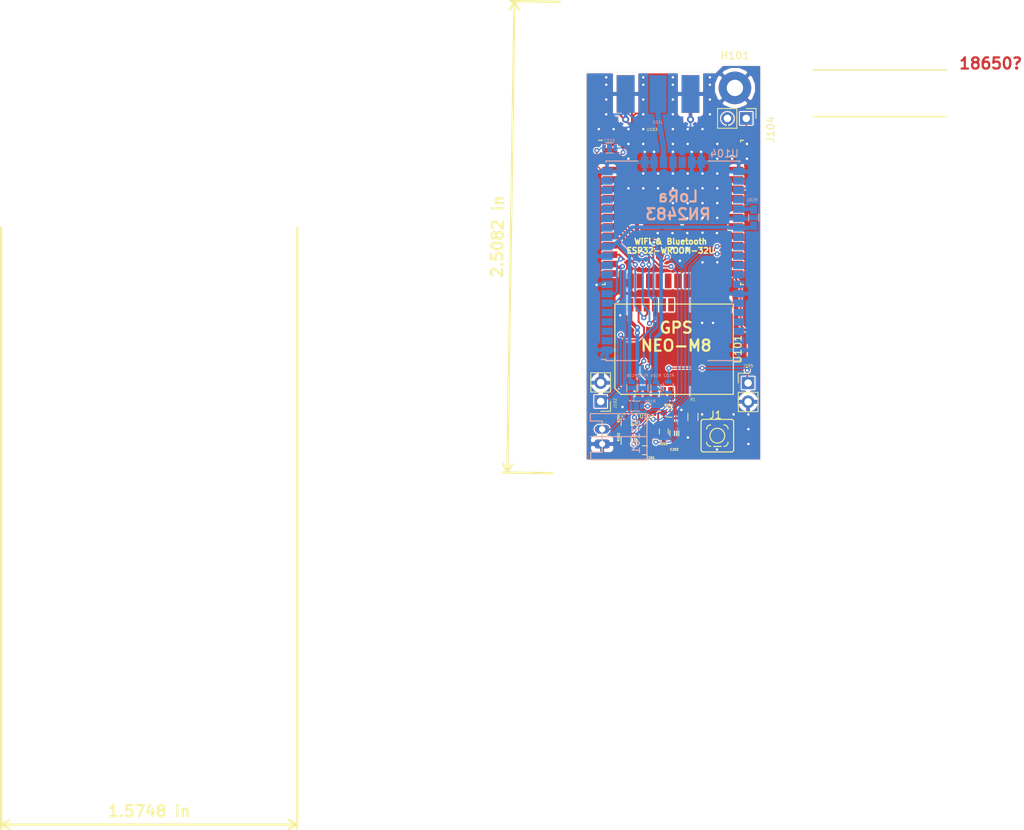
<source format=kicad_pcb>
(kicad_pcb (version 20171130) (host pcbnew "(5.0.2)-1")
  (title_block (title "Cowbell ") (date 2019-03-01) (rev v02))
  (layers (0 F.Cu signal) (31 B.Cu signal) (34 B.Paste user) (35 F.Paste user) (36 B.SilkS user) (37 F.SilkS user) (38 B.Mask user) (39 F.Mask user) (44 Edge.Cuts user))
  (net 0 "")
  (net 1 GND)
  (net 2 "Net-(U101-Pad14)")
  (net 3 "Net-(U101-Pad15)")
  (net 4 "Net-(U101-Pad16)")
  (net 5 "Net-(U101-Pad17)")
  (net 6 "Net-(U101-Pad7)")
  (net 7 "Net-(U101-Pad18)")
  (net 8 "Net-(U101-Pad6)")
  (net 9 "Net-(U101-Pad19)")
  (net 10 "Net-(U101-Pad5)")
  (net 11 Tx0)
  (net 12 Rx0)
  (net 13 +3V3)
  (net 14 "Net-(U101-Pad2)")
  (net 15 "Net-(U101-Pad1)")
  (net 16 SCL)
  (net 17 SDA)
  (net 18 "Net-(U103-Pad37)")
  (net 19 "Net-(U103-Pad36)")
  (net 20 "Net-(U103-Pad33)")
  (net 21 "Net-(U103-Pad32)")
  (net 22 "Net-(U103-Pad31)")
  (net 23 "Net-(U103-Pad30)")
  (net 24 "Net-(U103-Pad29)")
  (net 25 "Net-(U103-Pad26)")
  (net 26 "Net-(U103-Pad24)")
  (net 27 "Net-(U103-Pad23)")
  (net 28 "Net-(U103-Pad22)")
  (net 29 "Net-(U103-Pad21)")
  (net 30 "Net-(U103-Pad20)")
  (net 31 "Net-(U103-Pad19)")
  (net 32 "Net-(U103-Pad18)")
  (net 33 "Net-(U103-Pad17)")
  (net 34 "Net-(U103-Pad16)")
  (net 35 "Net-(U103-Pad14)")
  (net 36 "Net-(U103-Pad5)")
  (net 37 "Net-(U103-Pad4)")
  (net 38 Tx1)
  (net 39 Rx1)
  (net 40 "Net-(J101-Pad1)")
  (net 41 "Net-(U104-Pad2)")
  (net 42 "Net-(U104-Pad3)")
  (net 43 "Net-(U104-Pad4)")
  (net 44 "Net-(U104-Pad5)")
  (net 45 "Net-(U104-Pad9)")
  (net 46 "Net-(U104-Pad10)")
  (net 47 "Net-(U104-Pad13)")
  (net 48 "Net-(U104-Pad14)")
  (net 49 "Net-(U104-Pad15)")
  (net 50 "Net-(U104-Pad16)")
  (net 51 "Net-(U104-Pad17)")
  (net 52 "Net-(U104-Pad18)")
  (net 53 "Net-(U104-Pad19)")
  (net 54 "Net-(U104-Pad29)")
  (net 55 "Net-(U104-Pad35)")
  (net 56 "Net-(U104-Pad36)")
  (net 57 "Net-(U104-Pad37)")
  (net 58 "Net-(U104-Pad38)")
  (net 59 "Net-(U104-Pad39)")
  (net 60 "Net-(U104-Pad40)")
  (net 61 "Net-(U104-Pad42)")
  (net 62 "Net-(U104-Pad43)")
  (net 63 "Net-(U104-Pad44)")
  (net 64 "Net-(U104-Pad45)")
  (net 65 "Net-(U104-Pad46)")
  (net 66 "Net-(R1-Pad1)")
  (net 67 "Net-(J1-Pad1)")
  (net 68 "Net-(R1-Pad2)")
  (net 69 "Net-(C201-Pad1)")
  (net 70 Int_MAG)
  (net 71 DRDY_MAG)
  (net 72 Extint)
  (net 73 Timepulse)
  (net 74 Int_XL)
  (net 75 "Net-(J104-Pad2)")
  (net 76 "Net-(J104-Pad1)")
  (net 77 "Net-(J105-Pad1)")
  (net 78 "Net-(R101-Pad2)")
  (net 79 "Net-(U104-Pad30)")
  (net 80 "Net-(U104-Pad31)")
  (net 81 "Net-(U104-Pad25)")
  (net 82 "Net-(C202-Pad1)")
  (net 83 /VCC102)
  (net 84 /VCC101)
  (net 85 /VCC103)
  (net 86 /VccGPS_backup)
  (net 87 "Net-(R107-Pad2)")
  (module Pin_Headers:Pin_Header_Straight_1x02_Pitch2.54mm (layer F.Cu) (at 137.16 67.31)
    (fp_text reference J105 (at 0 -2.33) (layer F.SilkS) (effects (font (size 0.381 0.381) (thickness 0.0508))))
    (fp_text value Conn_01x02_Male)
    (pad 2 thru_hole oval (at 0 2.54) (size 1.7 1.7) (drill 1) (layers *.Cu *.Mask) (net 1 GND))
    (pad 1 thru_hole rect (at 0 0) (size 1.7 1.7) (drill 1) (layers *.Cu *.Mask) (net 77 "Net-(J105-Pad1)"))
  )
  (module Pin_Headers:Pin_Header_Straight_1x02_Pitch2.54mm (layer F.Cu) (at 117.25 69.8 180)
    (fp_text reference J102 (at -1.95 -0.25 90) (layer F.SilkS) (effects (font (size 0.381 0.381) (thickness 0.0508))))
    (fp_text value Conn_01x02_Male)
    (pad 2 thru_hole oval (at 0 2.54 180) (size 1.7 1.7) (drill 1) (layers *.Cu *.Mask) (net 1 GND))
    (pad 1 thru_hole rect (at 0 0 180) (size 1.7 1.7) (drill 1) (layers *.Cu *.Mask) (net 86 /VccGPS_backup))
  )
  (module Resistors_SMD:R_0603 (layer B.Cu) (at 118.45 35.55 180)
    (fp_text reference R107 (at 0 1 180) (layer B.SilkS) (effects (font (size 0.381 0.381) (thickness 0.0508)) (justify mirror)))
    (fp_text value 2k2)
    (pad 2 smd rect (at 0.75 0 180) (size 0.5 0.9) (layers B.Cu B.Paste B.Mask) (net 87 "Net-(R107-Pad2)"))
    (pad 1 smd rect (at -0.75 0 180) (size 0.5 0.9) (layers B.Cu B.Paste B.Mask) (net 85 /VCC103))
  )
  (module Emborg:batt_Connector (layer B.Cu) (at 117.45 74.55 90)
    (fp_text reference BT101 (at 0 4.572 90) (layer B.SilkS) (effects (justify mirror)))
    (fp_text value Battery_Cell)
    (pad 2 thru_hole roundrect (at -1 0 90) (size 1.2 2) (drill 0.805) (layers *.Cu *.Mask) (net 1 GND))
    (pad 1 thru_hole oval (at 1 0 90) (size 1.2 2) (drill 0.85) (layers *.Cu *.Mask) (net 13 +3V3))
  )
  (module Resistors_SMD:R_0603 (layer B.Cu) (at 121.45 68 90)
    (fp_text reference R106 (at 1.7 0 180) (layer B.SilkS) (effects (font (size 0.381 0.381) (thickness 0.0508)) (justify mirror)))
    (fp_text value 10k)
    (pad 2 smd rect (at 0.75 0 90) (size 0.5 0.9) (layers B.Cu B.Paste B.Mask) (net 83 /VCC102))
    (pad 1 smd rect (at -0.75 0 90) (size 0.5 0.9) (layers B.Cu B.Paste B.Mask) (net 13 +3V3))
  )
  (module Resistors_SMD:R_0603 (layer B.Cu) (at 122.95 68 90)
    (fp_text reference R103 (at 1.7 0 180) (layer B.SilkS) (effects (font (size 0.381 0.381) (thickness 0.0508)) (justify mirror)))
    (fp_text value 2k2)
    (pad 2 smd rect (at 0.75 0 90) (size 0.5 0.9) (layers B.Cu B.Paste B.Mask) (net 84 /VCC101))
    (pad 1 smd rect (at -0.75 0 90) (size 0.5 0.9) (layers B.Cu B.Paste B.Mask) (net 13 +3V3))
  )
  (module Resistors_SMD:R_0603 (layer B.Cu) (at 124.7 68 90)
    (fp_text reference R104 (at 1.7 0 180) (layer B.SilkS) (effects (font (size 0.381 0.381) (thickness 0.0508)) (justify mirror)))
    (fp_text value 2k2)
    (pad 1 smd rect (at -0.75 0 90) (size 0.5 0.9) (layers B.Cu B.Paste B.Mask) (net 13 +3V3))
    (pad 2 smd rect (at 0.75 0 90) (size 0.5 0.9) (layers B.Cu B.Paste B.Mask) (net 85 /VCC103))
  )
  (module Resistors_SMD:R_0603 (layer B.Cu) (at 122.058 70.434)
    (fp_text reference R105 (at 1.892 -0.634) (layer B.SilkS) (effects (font (size 0.381 0.381) (thickness 0.0508)) (justify mirror)))
    (fp_text value 2k2)
    (pad 2 smd rect (at 0.75 0) (size 0.5 0.9) (layers B.Cu B.Paste B.Mask) (net 82 "Net-(C202-Pad1)"))
    (pad 1 smd rect (at -0.75 0) (size 0.5 0.9) (layers B.Cu B.Paste B.Mask) (net 13 +3V3))
  )
  (module Mounting_Holes:MountingHole_2.2mm_M2_Pad (layer F.Cu) (at 135.382 27.432)
    (fp_text reference H101 (at 0 -4.382) (layer F.SilkS))
    (fp_text value MountingHole_Pad)
    (pad 1 thru_hole circle (at 0 0) (size 4.4 4.4) (drill 2.2) (layers *.Cu *.Mask) (net 1 GND))
  )
  (module Emborg:NEO-M8 (layer F.Cu) (at 127.166 62.743 180)
    (fp_text reference U101 (at -8.6 0 -90) (layer F.SilkS))
    (fp_text value NEO-M8)
    (pad 12 smd rect (at -7 -6 180) (size 0.8 1.8) (layers F.Cu F.Paste F.Mask) (net 1 GND))
    (pad 13 smd rect (at -7 6 180) (size 0.8 1.8) (layers F.Cu F.Paste F.Mask) (net 1 GND))
    (pad 11 smd rect (at -5.9 -6 180) (size 0.8 1.8) (layers F.Cu F.Paste F.Mask) (net 67 "Net-(J1-Pad1)"))
    (pad 14 smd rect (at -5.9 6 180) (size 0.8 1.8) (layers F.Cu F.Paste F.Mask) (net 2 "Net-(U101-Pad14)"))
    (pad 10 smd rect (at -4.8 -6 180) (size 0.8 1.8) (layers F.Cu F.Paste F.Mask) (net 1 GND))
    (pad 15 smd rect (at -4.8 6 180) (size 0.8 1.8) (layers F.Cu F.Paste F.Mask) (net 3 "Net-(U101-Pad15)"))
    (pad 9 smd rect (at -3.7 -6 180) (size 0.8 1.8) (layers F.Cu F.Paste F.Mask) (net 66 "Net-(R1-Pad1)"))
    (pad 16 smd rect (at -3.7 6 180) (size 0.8 1.8) (layers F.Cu F.Paste F.Mask) (net 4 "Net-(U101-Pad16)"))
    (pad 8 smd rect (at -2.6 -6 180) (size 0.8 1.8) (layers F.Cu F.Paste F.Mask) (net 68 "Net-(R1-Pad2)"))
    (pad 17 smd rect (at -2.6 6 180) (size 0.8 1.8) (layers F.Cu F.Paste F.Mask) (net 5 "Net-(U101-Pad17)"))
    (pad 7 smd rect (at 0.4 -6 180) (size 0.8 1.8) (layers F.Cu F.Paste F.Mask) (net 6 "Net-(U101-Pad7)"))
    (pad 18 smd rect (at 0.4 6 180) (size 0.8 1.8) (layers F.Cu F.Paste F.Mask) (net 7 "Net-(U101-Pad18)"))
    (pad 6 smd rect (at 1.5 -6 180) (size 0.8 1.8) (layers F.Cu F.Paste F.Mask) (net 8 "Net-(U101-Pad6)"))
    (pad 19 smd rect (at 1.5 6 180) (size 0.8 1.8) (layers F.Cu F.Paste F.Mask) (net 9 "Net-(U101-Pad19)"))
    (pad 5 smd rect (at 2.6 -6 180) (size 0.8 1.8) (layers F.Cu F.Paste F.Mask) (net 10 "Net-(U101-Pad5)"))
    (pad 20 smd rect (at 2.6 6 180) (size 0.8 1.8) (layers F.Cu F.Paste F.Mask) (net 11 Tx0))
    (pad 4 smd rect (at 3.7 -6 180) (size 0.8 1.8) (layers F.Cu F.Paste F.Mask) (net 72 Extint))
    (pad 21 smd rect (at 3.7 6 180) (size 0.8 1.8) (layers F.Cu F.Paste F.Mask) (net 12 Rx0))
    (pad 3 smd rect (at 4.8 -6 180) (size 0.8 1.8) (layers F.Cu F.Paste F.Mask) (net 73 Timepulse))
    (pad 22 smd rect (at 4.8 6 180) (size 0.8 1.8) (layers F.Cu F.Paste F.Mask) (net 86 /VccGPS_backup))
    (pad 2 smd rect (at 5.9 -6 180) (size 0.8 1.8) (layers F.Cu F.Paste F.Mask) (net 14 "Net-(U101-Pad2)"))
    (pad 23 smd rect (at 5.9 6 180) (size 0.8 1.8) (layers F.Cu F.Paste F.Mask) (net 84 /VCC101))
    (pad 1 smd rect (at 7 -6 180) (size 0.8 1.8) (layers F.Cu F.Paste F.Mask) (net 15 "Net-(U101-Pad1)"))
    (pad 24 smd rect (at 7 6 180) (size 0.8 1.8) (layers F.Cu F.Paste F.Mask) (net 1 GND))
  )
  (module Resistors_SMD:R_0603 (layer F.Cu) (at 120.694 72.588 270)
    (fp_text reference R201 (at -0.508 1.016 270) (layer F.SilkS) (effects (font (size 0.3 0.3) (thickness 0.075))))
    (fp_text value 2k2)
    (pad 1 smd rect (at -0.75 0 270) (size 0.5 0.9) (layers F.Cu F.Paste F.Mask) (net 16 SCL))
    (pad 2 smd rect (at 0.75 0 270) (size 0.5 0.9) (layers F.Cu F.Paste F.Mask) (net 82 "Net-(C202-Pad1)"))
  )
  (module Resistors_SMD:R_0603 (layer F.Cu) (at 120.694 75.128 270)
    (fp_text reference R202 (at -0.508 1.016 270) (layer F.SilkS) (effects (font (size 0.3 0.3) (thickness 0.075))))
    (fp_text value 2k2)
    (pad 2 smd rect (at 0.75 0 270) (size 0.5 0.9) (layers F.Cu F.Paste F.Mask) (net 17 SDA))
    (pad 1 smd rect (at -0.75 0 270) (size 0.5 0.9) (layers F.Cu F.Paste F.Mask) (net 82 "Net-(C202-Pad1)"))
  )
  (module Capacitors_SMD:C_0603 (layer F.Cu) (at 123.234 76.398)
    (fp_text reference C201 (at 0.762 1.016 180) (layer F.SilkS) (effects (font (size 0.3 0.3) (thickness 0.075))))
    (fp_text value 0.1µF)
    (pad 2 smd rect (at 0.75 0) (size 0.8 0.75) (layers F.Cu F.Paste F.Mask) (net 1 GND))
    (pad 1 smd rect (at -0.75 0) (size 0.8 0.75) (layers F.Cu F.Paste F.Mask) (net 69 "Net-(C201-Pad1)"))
  )
  (module Capacitors_SMD:C_0603 (layer F.Cu) (at 126.536 71.318)
    (fp_text reference C204 (at -0.086 -1.018) (layer F.SilkS) (effects (font (size 0.3 0.3) (thickness 0.075))))
    (fp_text value 0.1µF)
    (pad 1 smd rect (at -0.75 0) (size 0.8 0.75) (layers F.Cu F.Paste F.Mask) (net 82 "Net-(C202-Pad1)"))
    (pad 2 smd rect (at 0.75 0) (size 0.8 0.75) (layers F.Cu F.Paste F.Mask) (net 1 GND))
  )
  (module Capacitors_SMD:C_0603 (layer F.Cu) (at 125.774 73.858 270)
    (fp_text reference C203 (at 1.692 0.074 180) (layer F.SilkS) (effects (font (size 0.3 0.3) (thickness 0.075))))
    (fp_text value 0.1µF)
    (pad 1 smd rect (at -0.75 0 270) (size 0.8 0.75) (layers F.Cu F.Paste F.Mask) (net 82 "Net-(C202-Pad1)"))
    (pad 2 smd rect (at 0.75 0 270) (size 0.8 0.75) (layers F.Cu F.Paste F.Mask) (net 1 GND))
  )
  (module Capacitors_SMD:C_0603_HandSoldering (layer F.Cu) (at 127.2 74.112 270)
    (fp_text reference C202 (at 2.188 0 180) (layer F.SilkS) (effects (font (size 0.3 0.3) (thickness 0.075))))
    (fp_text value 10µF)
    (pad 2 smd rect (at 0.95 0 270) (size 1.2 0.75) (layers F.Cu F.Paste F.Mask) (net 1 GND))
    (pad 1 smd rect (at -0.95 0 270) (size 1.2 0.75) (layers F.Cu F.Paste F.Mask) (net 82 "Net-(C202-Pad1)"))
  )
  (module Emborg:u.fl (layer F.Cu) (at 133.008 74.427)
    (fp_text reference J1 (at -0.254 -2.794) (layer F.SilkS))
    (fp_text value Conn_Coaxial)
    (pad 2 smd rect (at 1.475 0.025) (size 1.05 2.2) (layers F.Cu F.Paste F.Mask) (net 1 GND))
    (pad 2 smd rect (at -1.475 0.025) (size 1.05 2.2) (layers F.Cu F.Paste F.Mask) (net 1 GND))
    (pad 1 smd rect (at 0 -1.5) (size 1 1.05) (layers F.Cu F.Paste F.Mask) (net 67 "Net-(J1-Pad1)"))
  )
  (module Resistors_SMD:R_0603_HandSoldering (layer F.Cu) (at 129.706 71.887 270)
    (fp_text reference R1 (at -2.337 0.006) (layer F.SilkS) (effects (font (size 0.381 0.381) (thickness 0.0508))))
    (fp_text value DNC)
    (pad 1 smd rect (at -1.1 0 270) (size 1.2 0.9) (layers F.Cu F.Paste F.Mask) (net 66 "Net-(R1-Pad1)"))
    (pad 2 smd rect (at 1.1 0 270) (size 1.2 0.9) (layers F.Cu F.Paste F.Mask) (net 68 "Net-(R1-Pad2)"))
  )
  (module Resistors_SMD:R_0603_HandSoldering (layer B.Cu) (at 137.922 44.958 90)
    (fp_text reference R101 (at 2.408 -0.222 180) (layer B.SilkS) (effects (font (size 0.381 0.381) (thickness 0.0508)) (justify mirror)))
    (fp_text value 10k)
    (pad 2 smd rect (at 1.1 0 90) (size 1.2 0.9) (layers B.Cu B.Paste B.Mask) (net 78 "Net-(R101-Pad2)"))
    (pad 1 smd rect (at -1.1 0 90) (size 1.2 0.9) (layers B.Cu B.Paste B.Mask) (net 83 /VCC102))
  )
  (module Emborg:RN2483 (layer B.Cu) (at 127 50.8)
    (fp_text reference U104 (at 6.95 -14.5) (layer B.SilkS) (effects (justify mirror)))
    (fp_text value RN2483A-I)
    (pad 1 smd roundrect (at -8.89 12.065 270) (size 1.016 1.524) (layers B.Cu B.Paste B.Mask) (net 1 GND))
    (pad 2 smd rect (at -8.89 10.795 270) (size 1.016 1.524) (layers B.Cu B.Paste B.Mask) (net 41 "Net-(U104-Pad2)"))
    (pad 3 smd rect (at -8.89 9.525 270) (size 1.016 1.524) (layers B.Cu B.Paste B.Mask) (net 42 "Net-(U104-Pad3)"))
    (pad 4 smd rect (at -8.89 8.255 270) (size 1.016 1.524) (layers B.Cu B.Paste B.Mask) (net 43 "Net-(U104-Pad4)"))
    (pad 5 smd rect (at -8.89 6.985 270) (size 1.016 1.524) (layers B.Cu B.Paste B.Mask) (net 44 "Net-(U104-Pad5)"))
    (pad 6 smd rect (at -8.89 5.715 270) (size 1.016 1.524) (layers B.Cu B.Paste B.Mask) (net 38 Tx1))
    (pad 7 smd rect (at -8.89 4.445 270) (size 1.016 1.524) (layers B.Cu B.Paste B.Mask) (net 39 Rx1))
    (pad 8 smd rect (at -8.89 3.175 270) (size 1.016 1.524) (layers B.Cu B.Paste B.Mask) (net 1 GND))
    (pad 9 smd rect (at -8.89 1.905 270) (size 1.016 1.524) (layers B.Cu B.Paste B.Mask) (net 45 "Net-(U104-Pad9)"))
    (pad 10 smd rect (at -8.89 0.635 270) (size 1.016 1.524) (layers B.Cu B.Paste B.Mask) (net 46 "Net-(U104-Pad10)"))
    (pad 11 smd rect (at -8.89 -0.635 270) (size 1.016 1.524) (layers B.Cu B.Paste B.Mask) (net 1 GND))
    (pad 12 smd rect (at -8.89 -1.905 270) (size 1.016 1.524) (layers B.Cu B.Paste B.Mask) (net 83 /VCC102))
    (pad 13 smd rect (at -8.89 -3.175 270) (size 1.016 1.524) (layers B.Cu B.Paste B.Mask) (net 47 "Net-(U104-Pad13)"))
    (pad 14 smd rect (at -8.89 -4.445 270) (size 1.016 1.524) (layers B.Cu B.Paste B.Mask) (net 48 "Net-(U104-Pad14)"))
    (pad 15 smd rect (at -8.89 -5.715 270) (size 1.016 1.524) (layers B.Cu B.Paste B.Mask) (net 49 "Net-(U104-Pad15)"))
    (pad 16 smd rect (at -8.89 -6.985 270) (size 1.016 1.524) (layers B.Cu B.Paste B.Mask) (net 50 "Net-(U104-Pad16)"))
    (pad 17 smd rect (at -8.89 -8.255 270) (size 1.016 1.524) (layers B.Cu B.Paste B.Mask) (net 51 "Net-(U104-Pad17)"))
    (pad 18 smd rect (at -8.89 -9.525 270) (size 1.016 1.524) (layers B.Cu B.Paste B.Mask) (net 52 "Net-(U104-Pad18)"))
    (pad 19 smd rect (at -8.89 -10.795 270) (size 1.016 1.524) (layers B.Cu B.Paste B.Mask) (net 53 "Net-(U104-Pad19)"))
    (pad 20 smd rect (at -8.89 -12.065 270) (size 1.016 1.524) (layers B.Cu B.Paste B.Mask) (net 1 GND))
    (pad 21 smd rect (at -3.81 -13.335) (size 1.016 1.524) (layers B.Cu B.Paste B.Mask) (net 1 GND))
    (pad 22 smd rect (at -2.54 -13.335) (size 1.016 1.524) (layers B.Cu B.Paste B.Mask) (net 1 GND))
    (pad 23 smd rect (at -1.27 -13.335) (size 1.016 1.524) (layers B.Cu B.Paste B.Mask) (net 40 "Net-(J101-Pad1)"))
    (pad 24 smd rect (at 0 -13.335) (size 1.016 1.524) (layers B.Cu B.Paste B.Mask) (net 1 GND))
    (pad 25 smd rect (at 1.27 -13.335) (size 1.016 1.524) (layers B.Cu B.Paste B.Mask) (net 81 "Net-(U104-Pad25)"))
    (pad 26 smd rect (at 2.54 -13.335) (size 1.016 1.524) (layers B.Cu B.Paste B.Mask) (net 1 GND))
    (pad 27 smd rect (at 3.81 -13.335) (size 1.016 1.524) (layers B.Cu B.Paste B.Mask) (net 1 GND))
    (pad 28 smd rect (at 8.89 -12.065 270) (size 1.016 1.524) (layers B.Cu B.Paste B.Mask) (net 1 GND))
    (pad 29 smd rect (at 8.89 -10.795 270) (size 1.016 1.524) (layers B.Cu B.Paste B.Mask) (net 54 "Net-(U104-Pad29)"))
    (pad 30 smd rect (at 8.89 -9.525 270) (size 1.016 1.524) (layers B.Cu B.Paste B.Mask) (net 79 "Net-(U104-Pad30)"))
    (pad 31 smd rect (at 8.89 -8.255 270) (size 1.016 1.524) (layers B.Cu B.Paste B.Mask) (net 80 "Net-(U104-Pad31)"))
    (pad 32 smd rect (at 8.89 -6.985 270) (size 1.016 1.524) (layers B.Cu B.Paste B.Mask) (net 78 "Net-(R101-Pad2)"))
    (pad 33 smd rect (at 8.89 -5.715 270) (size 1.016 1.524) (layers B.Cu B.Paste B.Mask) (net 1 GND))
    (pad 34 smd rect (at 8.89 -4.445 270) (size 1.016 1.524) (layers B.Cu B.Paste B.Mask) (net 83 /VCC102))
    (pad 35 smd rect (at 8.89 -3.175 270) (size 1.016 1.524) (layers B.Cu B.Paste B.Mask) (net 55 "Net-(U104-Pad35)"))
    (pad 36 smd rect (at 8.89 -1.905 270) (size 1.016 1.524) (layers B.Cu B.Paste B.Mask) (net 56 "Net-(U104-Pad36)"))
    (pad 37 smd rect (at 8.89 -0.635 270) (size 1.016 1.524) (layers B.Cu B.Paste B.Mask) (net 57 "Net-(U104-Pad37)"))
    (pad 38 smd rect (at 8.89 0.635 270) (size 1.016 1.524) (layers B.Cu B.Paste B.Mask) (net 58 "Net-(U104-Pad38)"))
    (pad 39 smd rect (at 8.89 1.905 270) (size 1.016 1.524) (layers B.Cu B.Paste B.Mask) (net 59 "Net-(U104-Pad39)"))
    (pad 40 smd rect (at 8.89 3.175 270) (size 1.016 1.524) (layers B.Cu B.Paste B.Mask) (net 60 "Net-(U104-Pad40)"))
    (pad 41 smd rect (at 8.89 4.445 270) (size 1.016 1.524) (layers B.Cu B.Paste B.Mask) (net 1 GND))
    (pad 42 smd rect (at 8.89 5.715 270) (size 1.016 1.524) (layers B.Cu B.Paste B.Mask) (net 61 "Net-(U104-Pad42)"))
    (pad 43 smd rect (at 8.89 6.985 270) (size 1.016 1.524) (layers B.Cu B.Paste B.Mask) (net 62 "Net-(U104-Pad43)"))
    (pad 44 smd rect (at 8.89 8.255 270) (size 1.016 1.524) (layers B.Cu B.Paste B.Mask) (net 63 "Net-(U104-Pad44)"))
    (pad 45 smd rect (at 8.89 9.525 270) (size 1.016 1.524) (layers B.Cu B.Paste B.Mask) (net 64 "Net-(U104-Pad45)"))
    (pad 46 smd rect (at 8.89 10.795 270) (size 1.016 1.524) (layers B.Cu B.Paste B.Mask) (net 65 "Net-(U104-Pad46)"))
    (pad 47 smd rect (at 8.89 12.065 270) (size 1.016 1.524) (layers B.Cu B.Paste B.Mask) (net 1 GND))
  )
  (module Emborg:QFN-12_2x2_lsm303c (layer F.Cu) (at 123.234 73.858)
    (fp_text reference U102 (at 0.254 -2.032) (layer F.SilkS) (effects (font (size 0.5 0.5) (thickness 0.075))))
    (fp_text value LSM303C)
    (pad 1 smd rect (at -0.75 -0.75 90) (size 0.25 0.275) (layers F.Cu F.Paste F.Mask) (net 16 SCL))
    (pad 2 smd rect (at -0.75 -0.25 90) (size 0.25 0.275) (layers F.Cu F.Paste F.Mask) (net 82 "Net-(C202-Pad1)"))
    (pad 3 smd rect (at -0.75 0.25 90) (size 0.25 0.275) (layers F.Cu F.Paste F.Mask) (net 82 "Net-(C202-Pad1)"))
    (pad 4 smd rect (at -0.75 0.75 90) (size 0.25 0.275) (layers F.Cu F.Paste F.Mask) (net 17 SDA))
    (pad 5 smd rect (at -0.25 0.75) (size 0.25 0.275) (layers F.Cu F.Paste F.Mask) (net 69 "Net-(C201-Pad1)"))
    (pad 6 smd rect (at 0.25 0.75) (size 0.25 0.275) (layers F.Cu F.Paste F.Mask) (net 1 GND))
    (pad 7 smd rect (at 0.75 0.75 90) (size 0.25 0.275) (layers F.Cu F.Paste F.Mask) (net 70 Int_MAG))
    (pad 8 smd rect (at 0.75 0.25 90) (size 0.25 0.275) (layers F.Cu F.Paste F.Mask) (net 1 GND))
    (pad 9 smd rect (at 0.75 -0.25 90) (size 0.25 0.275) (layers F.Cu F.Paste F.Mask) (net 82 "Net-(C202-Pad1)"))
    (pad 10 smd rect (at 0.75 -0.75 90) (size 0.25 0.275) (layers F.Cu F.Paste F.Mask) (net 82 "Net-(C202-Pad1)"))
    (pad 11 smd rect (at 0.25 -0.75) (size 0.25 0.275) (layers F.Cu F.Paste F.Mask) (net 71 DRDY_MAG))
    (pad 12 smd rect (at -0.25 -0.75) (size 0.25 0.275) (layers F.Cu F.Paste F.Mask) (net 74 Int_XL))
  )
  (module Emborg:SP32-WROOM-32U (layer F.Cu) (at 127 44.255)
    (fp_text reference U103 (at -2.8 -11.205) (layer F.SilkS) (effects (font (size 0.381 0.381) (thickness 0.0508))))
    (fp_text value ESP32-WROOM-32)
    (pad 39 smd rect (at -1.5 -0.755) (size 5 5) (layers F.Cu F.Paste F.Mask) (net 1 GND))
    (pad 38 smd rect (at 8.5 -8.255 90) (size 0.9 2) (layers F.Cu F.Paste F.Mask) (net 1 GND))
    (pad 37 smd rect (at 8.5 -6.985 90) (size 0.9 2) (layers F.Cu F.Paste F.Mask) (net 18 "Net-(U103-Pad37)"))
    (pad 36 smd rect (at 8.5 -5.715 90) (size 0.9 2) (layers F.Cu F.Paste F.Mask) (net 19 "Net-(U103-Pad36)"))
    (pad 35 smd rect (at 8.5 -4.445 90) (size 0.9 2) (layers F.Cu F.Paste F.Mask) (net 75 "Net-(J104-Pad2)"))
    (pad 34 smd rect (at 8.5 -3.175 90) (size 0.9 2) (layers F.Cu F.Paste F.Mask) (net 76 "Net-(J104-Pad1)"))
    (pad 33 smd rect (at 8.5 -1.905 90) (size 0.9 2) (layers F.Cu F.Paste F.Mask) (net 20 "Net-(U103-Pad33)"))
    (pad 32 smd rect (at 8.5 -0.635 90) (size 0.9 2) (layers F.Cu F.Paste F.Mask) (net 21 "Net-(U103-Pad32)"))
    (pad 31 smd rect (at 8.5 0.635 90) (size 0.9 2) (layers F.Cu F.Paste F.Mask) (net 22 "Net-(U103-Pad31)"))
    (pad 30 smd rect (at 8.5 1.905 90) (size 0.9 2) (layers F.Cu F.Paste F.Mask) (net 23 "Net-(U103-Pad30)"))
    (pad 29 smd rect (at 8.5 3.175 90) (size 0.9 2) (layers F.Cu F.Paste F.Mask) (net 24 "Net-(U103-Pad29)"))
    (pad 28 smd rect (at 8.5 4.445 90) (size 0.9 2) (layers F.Cu F.Paste F.Mask) (net 74 Int_XL))
    (pad 27 smd rect (at 8.5 5.715 90) (size 0.9 2) (layers F.Cu F.Paste F.Mask) (net 70 Int_MAG))
    (pad 26 smd rect (at 8.5 6.985 90) (size 0.9 2) (layers F.Cu F.Paste F.Mask) (net 25 "Net-(U103-Pad26)"))
    (pad 25 smd rect (at 8.5 8.255 90) (size 0.9 2) (layers F.Cu F.Paste F.Mask) (net 77 "Net-(J105-Pad1)"))
    (pad 24 smd rect (at 5.715 9.255) (size 0.9 2) (layers F.Cu F.Paste F.Mask) (net 26 "Net-(U103-Pad24)"))
    (pad 23 smd rect (at 4.445 9.255) (size 0.9 2) (layers F.Cu F.Paste F.Mask) (net 27 "Net-(U103-Pad23)"))
    (pad 22 smd rect (at 3.175 9.255) (size 0.9 2) (layers F.Cu F.Paste F.Mask) (net 28 "Net-(U103-Pad22)"))
    (pad 21 smd rect (at 1.905 9.255) (size 0.9 2) (layers F.Cu F.Paste F.Mask) (net 29 "Net-(U103-Pad21)"))
    (pad 20 smd rect (at 0.635 9.255) (size 0.9 2) (layers F.Cu F.Paste F.Mask) (net 30 "Net-(U103-Pad20)"))
    (pad 19 smd rect (at -0.635 9.255) (size 0.9 2) (layers F.Cu F.Paste F.Mask) (net 31 "Net-(U103-Pad19)"))
    (pad 18 smd rect (at -1.905 9.255) (size 0.9 2) (layers F.Cu F.Paste F.Mask) (net 32 "Net-(U103-Pad18)"))
    (pad 17 smd rect (at -3.175 9.255) (size 0.9 2) (layers F.Cu F.Paste F.Mask) (net 33 "Net-(U103-Pad17)"))
    (pad 16 smd rect (at -4.445 9.255) (size 0.9 2) (layers F.Cu F.Paste F.Mask) (net 34 "Net-(U103-Pad16)"))
    (pad 15 smd rect (at -5.715 9.255) (size 0.9 2) (layers F.Cu F.Paste F.Mask) (net 1 GND))
    (pad 14 smd rect (at -8.5 8.255 90) (size 0.9 2) (layers F.Cu F.Paste F.Mask) (net 35 "Net-(U103-Pad14)"))
    (pad 13 smd rect (at -8.5 6.985 90) (size 0.9 2) (layers F.Cu F.Paste F.Mask) (net 38 Tx1))
    (pad 12 smd rect (at -8.5 5.715 90) (size 0.9 2) (layers F.Cu F.Paste F.Mask) (net 39 Rx1))
    (pad 11 smd rect (at -8.5 4.445 90) (size 0.9 2) (layers F.Cu F.Paste F.Mask) (net 12 Rx0))
    (pad 10 smd rect (at -8.5 3.175 90) (size 0.9 2) (layers F.Cu F.Paste F.Mask) (net 11 Tx0))
    (pad 9 smd rect (at -8.5 1.905 90) (size 0.9 2) (layers F.Cu F.Paste F.Mask) (net 72 Extint))
    (pad 8 smd rect (at -8.5 0.635 90) (size 0.9 2) (layers F.Cu F.Paste F.Mask) (net 73 Timepulse))
    (pad 7 smd rect (at -8.5 -0.635 90) (size 0.9 2) (layers F.Cu F.Paste F.Mask) (net 16 SCL))
    (pad 6 smd rect (at -8.5 -1.905 90) (size 0.9 2) (layers F.Cu F.Paste F.Mask) (net 17 SDA))
    (pad 5 smd rect (at -8.5 -3.175 90) (size 0.9 2) (layers F.Cu F.Paste F.Mask) (net 36 "Net-(U103-Pad5)"))
    (pad 4 smd rect (at -8.5 -4.445 90) (size 0.9 2) (layers F.Cu F.Paste F.Mask) (net 37 "Net-(U103-Pad4)"))
    (pad 3 smd rect (at -8.5 -5.715 90) (size 0.9 2) (layers F.Cu F.Paste F.Mask) (net 87 "Net-(R107-Pad2)"))
    (pad 2 smd rect (at -8.5 -6.985 90) (size 0.9 2) (layers F.Cu F.Paste F.Mask) (net 85 /VCC103))
    (pad 1 smd rect (at -8.5 -8.255 90) (size 0.9 2) (layers F.Cu F.Paste F.Mask) (net 1 GND))
  )
  (module Connectors_Molex:Molex_SMA_Jack_Edge_Mount (layer B.Cu) (at 125 29.972 270)
    (fp_text reference J101 (at 2.078 0.05) (layer B.SilkS) (effects (font (size 0.381 0.381) (thickness 0.0508)) (justify mirror)))
    (fp_text value Conn_Coaxial)
    (pad 1 smd rect (at -1.72 0 270) (size 5.08 2.29) (layers B.Cu B.Paste B.Mask) (net 40 "Net-(J101-Pad1)"))
    (pad 2 smd rect (at -1.72 4.38 270) (size 5.08 2.42) (layers B.Cu B.Paste B.Mask) (net 1 GND))
    (pad 2 smd rect (at -1.72 -4.38 270) (size 5.08 2.42) (layers B.Cu B.Paste B.Mask) (net 1 GND))
    (pad 2 smd rect (at -1.72 4.38 270) (size 5.08 2.42) (layers F.Cu F.Paste F.Mask) (net 1 GND))
    (pad 2 smd rect (at -1.72 -4.38 270) (size 5.08 2.42) (layers F.Cu F.Paste F.Mask) (net 1 GND))
    (pad 2 thru_hole circle (at 1.72 4.38 270) (size 0.97 0.97) (drill 0.46) (layers *.Cu) (net 1 GND))
    (pad 2 thru_hole circle (at 1.72 -4.38 270) (size 0.97 0.97) (drill 0.46) (layers *.Cu) (net 1 GND))
    (pad 2 smd rect (at 1.27 4.38 270) (size 0.89 0.46) (layers B.Cu) (net 1 GND))
    (pad 2 smd rect (at 1.27 -4.38 270) (size 0.89 0.46) (layers B.Cu) (net 1 GND))
    (pad 2 smd rect (at 1.27 4.38 270) (size 0.89 0.46) (layers F.Cu) (net 1 GND))
    (pad 2 smd rect (at 1.27 -4.38 270) (size 0.89 0.46) (layers F.Cu) (net 1 GND))
  )
  (module Pin_Headers:Pin_Header_Straight_1x02_Pitch2.54mm (layer F.Cu) (at 136.906 31.55 270)
    (fp_text reference J104 (at 1.5 -3.294 270) (layer F.SilkS))
    (fp_text value Conn_01x02_Male)
    (pad 1 thru_hole rect (at 0 0 270) (size 1.7 1.7) (drill 1) (layers *.Cu *.Mask) (net 76 "Net-(J104-Pad1)"))
    (pad 2 thru_hole oval (at 0 2.54 270) (size 1.7 1.7) (drill 1) (layers *.Cu *.Mask) (net 75 "Net-(J104-Pad2)"))
  )
  (module Resistors_SMD:R_0603 (layer B.Cu) (at 126.376 67.894 90)
    (fp_text reference R102 (at 1.594 0.074 180) (layer B.SilkS) (effects (font (size 0.381 0.381) (thickness 0.0508)) (justify mirror)))
    (fp_text value 2k2)
    (pad 2 smd rect (at 0.75 0 90) (size 0.5 0.9) (layers B.Cu B.Paste B.Mask) (net 77 "Net-(J105-Pad1)"))
    (pad 1 smd rect (at -0.75 0 90) (size 0.5 0.9) (layers B.Cu B.Paste B.Mask) (net 85 /VCC103))
  )
  (gr_text "GPS\nNEO-M8" (at 127.45 61.05) (layer F.SilkS) (effects (font (size 1.5 1.5) (thickness 0.3))))
  (gr_text "WiFi & Bluetooth\nESP32-WROOM-32U" (at 126.7 48.8) (layer F.SilkS) (effects (font (size 0.762 0.762) (thickness 0.1905))))
  (gr_text "LoRa\nRN2483" (at 127.7 43.3) (layer B.SilkS) (effects (font (size 1.5 1.5) (thickness 0.3)) (justify mirror)))
  (gr_line (start 115.2 25.3) (end 115.2 77.8) (layer Edge.Cuts) (width 0.0254))
  (gr_line (start 132.7 25.3) (end 115.2 25.3) (layer Edge.Cuts) (width 0.0254))
  (gr_line (start 133.7 24.3) (end 132.7 25.3) (layer Edge.Cuts) (width 0.0254))
  (gr_line (start 138.95 24.3) (end 133.7 24.3) (layer Edge.Cuts) (width 0.0254))
  (gr_line (start 138.95 77.8) (end 138.95 24.3) (layer Edge.Cuts) (width 0.0254))
  (gr_line (start 115.2 77.8) (end 138.95 77.8) (layer Edge.Cuts) (width 0.0254))
  (dimension 40 (width 0.3) (layer F.SilkS) (gr_text "40.000 mm" (at 56.270886 129.07927) (layer F.SilkS) (effects (font (size 1.5 1.5) (thickness 0.3)))) (feature1 (pts (xy 76.270886 46.31527) (xy 76.270886 127.565691))) (feature2 (pts (xy 36.270886 46.31527) (xy 36.270886 127.565691))) (crossbar (pts (xy 36.270886 126.97927) (xy 76.270886 126.97927))) (arrow1a (pts (xy 76.270886 126.97927) (xy 75.144382 127.565691))) (arrow1b (pts (xy 76.270886 126.97927) (xy 75.144382 126.392849))) (arrow2a (pts (xy 36.270886 126.97927) (xy 37.39739 127.565691))) (arrow2b (pts (xy 36.270886 126.97927) (xy 37.39739 126.392849))))
  (dimension 63.709173 (width 0.3) (layer F.SilkS) (gr_text "63.709 mm" (at 103.023868 47.527967 89.14020512) (layer F.SilkS) (effects (font (size 1.5 1.5) (thickness 0.3)))) (feature1 (pts (xy 110.744 79.502) (xy 104.059277 79.40168))) (feature2 (pts (xy 111.7 15.8) (xy 105.015277 15.69968))) (crossbar (pts (xy 105.601632 15.708479) (xy 104.645632 79.410479))) (arrow1a (pts (xy 104.645632 79.410479) (xy 104.076181 78.275302))) (arrow1b (pts (xy 104.645632 79.410479) (xy 105.248891 78.292902))) (arrow2a (pts (xy 105.601632 15.708479) (xy 104.998373 16.826056))) (arrow2b (pts (xy 105.601632 15.708479) (xy 106.171083 16.843656))))
  (gr_line (start 146 31.3) (end 164 31.3) (layer F.SilkS) (width 0.2))
  (gr_line (start 146 25) (end 164 25) (layer F.SilkS) (width 0.2))
  (gr_text "18650?\n" (at 169.926 24.13) (layer F.Cu) (effects (font (size 1.5 1.5) (thickness 0.3))))
  (via (at 127 36.068) (size 0.6858) (drill 0.3302) (layers F.Cu B.Cu) (net 1))
  (via (at 129.54 36.068) (size 0.6858) (drill 0.3302) (layers F.Cu B.Cu) (net 1))
  (via (at 130.81 36.068) (size 0.6858) (drill 0.3302) (layers F.Cu B.Cu) (net 1))
  (via (at 124.46 36.068) (size 0.6858) (drill 0.3302) (layers F.Cu B.Cu) (net 1))
  (via (at 123.19 36.068) (size 0.6858) (drill 0.3302) (layers F.Cu B.Cu) (net 1))
  (via (at 121 35) (size 0.6858) (drill 0.3302) (layers F.Cu B.Cu) (net 1))
  (via (at 123 31) (size 0.6858) (drill 0.3302) (layers F.Cu B.Cu) (net 1))
  (via (at 127 29) (size 0.6858) (drill 0.3302) (layers F.Cu B.Cu) (net 1))
  (via (at 127 27) (size 0.6858) (drill 0.3302) (layers F.Cu B.Cu) (net 1))
  (via (at 127 31) (size 0.6858) (drill 0.3302) (layers F.Cu B.Cu) (net 1))
  (via (at 129 35) (size 0.6858) (drill 0.3302) (layers F.Cu B.Cu) (net 1))
  (via (at 121 37) (size 0.6858) (drill 0.3302) (layers F.Cu B.Cu) (net 1))
  (via (at 118 31) (size 0.6858) (drill 0.3302) (layers F.Cu B.Cu) (net 1))
  (via (at 123 39) (size 0.6858) (drill 0.3302) (layers F.Cu B.Cu) (net 1))
  (via (at 125 39) (size 0.6858) (drill 0.3302) (layers F.Cu B.Cu) (net 1))
  (via (at 127 39) (size 0.6858) (drill 0.3302) (layers F.Cu B.Cu) (net 1))
  (via (at 129 39) (size 0.6858) (drill 0.3302) (layers F.Cu B.Cu) (net 1))
  (via (at 131 39) (size 0.6858) (drill 0.3302) (layers F.Cu B.Cu) (net 1))
  (via (at 133 39) (size 0.6858) (drill 0.3302) (layers F.Cu B.Cu) (net 1))
  (via (at 133 37) (size 0.6858) (drill 0.3302) (layers F.Cu B.Cu) (net 1))
  (via (at 133 35) (size 0.6858) (drill 0.3302) (layers F.Cu B.Cu) (net 1))
  (via (at 133 41) (size 0.6858) (drill 0.3302) (layers F.Cu B.Cu) (net 1))
  (via (at 131 41) (size 0.6858) (drill 0.3302) (layers F.Cu B.Cu) (net 1))
  (via (at 129 41) (size 0.6858) (drill 0.3302) (layers F.Cu B.Cu) (net 1))
  (via (at 127 41) (size 0.6858) (drill 0.3302) (layers F.Cu B.Cu) (net 1))
  (via (at 125 41) (size 0.6858) (drill 0.3302) (layers F.Cu B.Cu) (net 1))
  (via (at 123 41) (size 0.6858) (drill 0.3302) (layers F.Cu B.Cu) (net 1))
  (via (at 121 41) (size 0.6858) (drill 0.3302) (layers F.Cu B.Cu) (net 1))
  (via (at 137 37) (size 0.6858) (drill 0.3302) (layers F.Cu B.Cu) (net 1))
  (via (at 137 35) (size 0.6858) (drill 0.3302) (layers F.Cu B.Cu) (net 1))
  (via (at 129 33) (size 0.6858) (drill 0.3302) (layers F.Cu B.Cu) (net 1))
  (segment (start 138.049 45.085) (end 135.89 45.085) (width 0.1524) (layer B.Cu) (net 1))
  (segment (start 123.984 74.108) (end 124.754 74.108) (width 0.254) (layer F.Cu) (net 1))
  (segment (start 125.145 74.608) (end 125.774 74.608) (width 0.254) (layer F.Cu) (net 1))
  (segment (start 124.754 74.217) (end 125.145 74.608) (width 0.254) (layer F.Cu) (net 1))
  (segment (start 124.754 74.108) (end 124.754 74.217) (width 0.254) (layer F.Cu) (net 1))
  (segment (start 126.857 75.062) (end 127.806 75.062) (width 0.254) (layer F.Cu) (net 1))
  (segment (start 125.774 74.608) (end 126.403 74.608) (width 0.254) (layer F.Cu) (net 1))
  (segment (start 126.403 74.608) (end 126.857 75.062) (width 0.254) (layer F.Cu) (net 1))
  (segment (start 123.484 74.608) (end 123.484 75.124) (width 0.254) (layer F.Cu) (net 1))
  (segment (start 123.984 75.624) (end 123.984 76.398) (width 0.254) (layer F.Cu) (net 1))
  (segment (start 123.484 75.124) (end 123.984 75.624) (width 0.254) (layer F.Cu) (net 1))
  (segment (start 123.484 74.37) (end 123.484 74.608) (width 0.1524) (layer F.Cu) (net 1))
  (segment (start 123.984 74.108) (end 123.746 74.108) (width 0.1524) (layer F.Cu) (net 1))
  (segment (start 123.746 74.108) (end 123.484 74.37) (width 0.1524) (layer F.Cu) (net 1))
  (segment (start 134.166 57.445922) (end 132.424922 59.187) (width 0.254) (layer F.Cu) (net 1))
  (segment (start 134.166 56.743) (end 134.166 57.445922) (width 0.254) (layer F.Cu) (net 1))
  (segment (start 132.424922 67.130078) (end 132.424922 59.187) (width 0.254) (layer F.Cu) (net 1))
  (segment (start 131.966 67.589) (end 132.424922 67.130078) (width 0.254) (layer F.Cu) (net 1))
  (segment (start 131.966 68.743) (end 131.966 67.589) (width 0.254) (layer F.Cu) (net 1))
  (segment (start 134.166 67.589) (end 133.77 67.193) (width 0.254) (layer F.Cu) (net 1))
  (segment (start 134.166 68.743) (end 134.166 67.589) (width 0.254) (layer F.Cu) (net 1))
  (segment (start 133.77 60.532078) (end 132.424922 59.187) (width 0.254) (layer F.Cu) (net 1))
  (segment (start 131.533 73.714) (end 131.533 74.452) (width 0.508) (layer F.Cu) (net 1))
  (segment (start 131.738 73.411) (end 131.533 73.714) (width 0.508) (layer F.Cu) (net 1))
  (segment (start 131.738 69.880042) (end 131.738 73.411) (width 0.508) (layer F.Cu) (net 1))
  (segment (start 131.966 68.743) (end 131.966 69.674522) (width 0.508) (layer F.Cu) (net 1))
  (segment (start 131.966 69.674522) (end 131.738 69.880042) (width 0.508) (layer F.Cu) (net 1))
  (segment (start 134.483 74.452) (end 134.483 73.714) (width 0.508) (layer F.Cu) (net 1))
  (segment (start 134.448 69.855) (end 134.483 74.452) (width 0.508) (layer F.Cu) (net 1))
  (segment (start 134.166 68.743) (end 134.166 69.601) (width 0.508) (layer F.Cu) (net 1))
  (segment (start 134.166 69.601) (end 134.448 69.855) (width 0.508) (layer F.Cu) (net 1))
  (via (at 133 43) (size 0.6858) (drill 0.3302) (layers F.Cu B.Cu) (net 1))
  (via (at 131 43) (size 0.6858) (drill 0.3302) (layers F.Cu B.Cu) (net 1))
  (via (at 129 43) (size 0.6858) (drill 0.3302) (layers F.Cu B.Cu) (net 1))
  (via (at 127 43) (size 0.6858) (drill 0.3302) (layers F.Cu B.Cu) (net 1))
  (via (at 133 45) (size 0.6858) (drill 0.3302) (layers F.Cu B.Cu) (net 1))
  (via (at 131 45) (size 0.6858) (drill 0.3302) (layers F.Cu B.Cu) (net 1))
  (via (at 131 47) (size 0.6858) (drill 0.3302) (layers F.Cu B.Cu) (net 1))
  (via (at 133 51) (size 0.6858) (drill 0.3302) (layers F.Cu B.Cu) (net 1))
  (via (at 131 51) (size 0.6858) (drill 0.3302) (layers F.Cu B.Cu) (net 1))
  (segment (start 120.989001 30.895001) (end 120.234999 30.895001) (width 0.254) (layer B.Cu) (net 1))
  (segment (start 121.474 31.38) (end 120.989001 30.895001) (width 0.254) (layer B.Cu) (net 1))
  (segment (start 120.13 31) (end 119 31) (width 0.254) (layer B.Cu) (net 1))
  (segment (start 120.234999 30.895001) (end 120.13 31) (width 0.254) (layer B.Cu) (net 1))
  (segment (start 121.958999 30.895001) (end 122.335001 30.895001) (width 0.254) (layer F.Cu) (net 1))
  (segment (start 121.474 31.38) (end 121.958999 30.895001) (width 0.254) (layer F.Cu) (net 1))
  (segment (start 122.44 31) (end 123 31) (width 0.254) (layer F.Cu) (net 1))
  (segment (start 122.335001 30.895001) (end 122.44 31) (width 0.254) (layer F.Cu) (net 1))
  (segment (start 121.474 27.94) (end 121.474 32.704) (width 0.254) (layer F.Cu) (net 1))
  (segment (start 119.77 31) (end 119 31) (width 0.254) (layer F.Cu) (net 1))
  (segment (start 121.474 32.704) (end 119.77 31) (width 0.254) (layer F.Cu) (net 1))
  (segment (start 132.424922 59.187) (end 130.95 59.187) (width 0.254) (layer F.Cu) (net 1))
  (via (at 119.888 58.166) (size 0.6858) (drill 0.3302) (layers F.Cu B.Cu) (net 1))
  (via (at 116.7 54.05) (size 0.6858) (drill 0.3302) (layers F.Cu B.Cu) (net 1))
  (segment (start 127.806 75.062) (end 128.646 75.062) (width 0.254) (layer F.Cu) (net 1))
  (via (at 129.032 74.676) (size 0.6858) (drill 0.3302) (layers F.Cu B.Cu) (net 1))
  (segment (start 128.646 75.062) (end 129.032 74.676) (width 0.254) (layer F.Cu) (net 1))
  (via (at 123 29) (size 0.6858) (drill 0.3302) (layers F.Cu B.Cu) (net 1))
  (via (at 123 27) (size 0.6858) (drill 0.3302) (layers F.Cu B.Cu) (net 1))
  (via (at 123 26) (size 0.6858) (drill 0.3302) (layers F.Cu B.Cu) (net 1))
  (via (at 127 26) (size 0.6858) (drill 0.3302) (layers F.Cu B.Cu) (net 1))
  (via (at 118 29) (size 0.6858) (drill 0.3302) (layers F.Cu B.Cu) (net 1))
  (via (at 118 27) (size 0.6858) (drill 0.3302) (layers F.Cu B.Cu) (net 1))
  (via (at 118 26) (size 0.6858) (drill 0.3302) (layers F.Cu B.Cu) (net 1))
  (via (at 123 33) (size 0.6858) (drill 0.3302) (layers F.Cu B.Cu) (net 1))
  (via (at 127 33) (size 0.6858) (drill 0.3302) (layers F.Cu B.Cu) (net 1))
  (via (at 123 35) (size 0.6858) (drill 0.3302) (layers F.Cu B.Cu) (net 1))
  (via (at 127 35) (size 0.6858) (drill 0.3302) (layers F.Cu B.Cu) (net 1))
  (segment (start 133.77 66.058081) (end 133.77 65.5) (width 0.1524) (layer F.Cu) (net 1))
  (segment (start 136.043919 68.332) (end 133.77 66.058081) (width 0.1524) (layer F.Cu) (net 1))
  (segment (start 133.77 67.193) (end 133.77 65.5) (width 0.254) (layer F.Cu) (net 1))
  (segment (start 133.77 65.5) (end 133.77 60.532078) (width 0.254) (layer F.Cu) (net 1))
  (segment (start 118.2 65.55) (end 118.11 62.865) (width 0.254) (layer B.Cu) (net 1))
  (segment (start 129.38 31.692) (end 129.38 33.052) (width 0.254) (layer B.Cu) (net 1))
  (segment (start 129.328 33) (end 129 33) (width 0.254) (layer B.Cu) (net 1))
  (segment (start 129.38 33.052) (end 129.328 33) (width 0.254) (layer B.Cu) (net 1))
  (segment (start 129.032 74.191067) (end 129.032 74.676) (width 0.254) (layer B.Cu) (net 1))
  (segment (start 128.95 71.3) (end 129.032 74.191067) (width 0.254) (layer B.Cu) (net 1))
  (segment (start 128.154 70.942) (end 128.95 71.3) (width 0.254) (layer B.Cu) (net 1))
  (via (at 128.154 70.942) (size 0.6858) (drill 0.3302) (layers F.Cu B.Cu) (net 1))
  (segment (start 127.9 71.196) (end 127.286 71.318) (width 0.254) (layer F.Cu) (net 1))
  (segment (start 128.154 70.942) (end 127.9 71.196) (width 0.254) (layer F.Cu) (net 1))
  (segment (start 117.45 63.525) (end 118.11 62.865) (width 0.508) (layer B.Cu) (net 1))
  (segment (start 117.45 66.8) (end 117.45 63.525) (width 0.508) (layer B.Cu) (net 1))
  (segment (start 120.745 54.05) (end 121.285 53.51) (width 0.508) (layer F.Cu) (net 1))
  (segment (start 120.2 55.301) (end 120.2 54.05) (width 0.508) (layer F.Cu) (net 1))
  (segment (start 120.166 55.335) (end 120.2 55.301) (width 0.508) (layer F.Cu) (net 1))
  (segment (start 120.166 56.743) (end 120.166 55.335) (width 0.508) (layer F.Cu) (net 1))
  (segment (start 116.7 54.05) (end 120.2 54.05) (width 0.508) (layer F.Cu) (net 1))
  (segment (start 120.2 54.05) (end 120.745 54.05) (width 0.508) (layer F.Cu) (net 1))
  (segment (start 135.5 36) (end 135.5 35.25) (width 0.254) (layer F.Cu) (net 1))
  (segment (start 135.75 35) (end 137 35) (width 0.254) (layer F.Cu) (net 1))
  (segment (start 135.5 35.25) (end 135.75 35) (width 0.254) (layer F.Cu) (net 1))
  (segment (start 118.5 35.5) (end 119 35) (width 0.254) (layer F.Cu) (net 1))
  (segment (start 118.5 36) (end 118.5 35.5) (width 0.254) (layer F.Cu) (net 1))
  (segment (start 129.38 28.252) (end 129.38 31.692) (width 0.254) (layer F.Cu) (net 1))
  (via (at 121 33) (size 0.6858) (drill 0.3302) (layers F.Cu B.Cu) (net 1))
  (via (at 119 33) (size 0.6858) (drill 0.3302) (layers F.Cu B.Cu) (net 1))
  (via (at 117 33) (size 0.6858) (drill 0.3302) (layers F.Cu B.Cu) (net 1))
  (via (at 131 33) (size 0.6858) (drill 0.3302) (layers F.Cu B.Cu) (net 1))
  (via (at 132 31) (size 0.6858) (drill 0.3302) (layers F.Cu B.Cu) (net 1))
  (via (at 132 29) (size 0.6858) (drill 0.3302) (layers F.Cu B.Cu) (net 1))
  (via (at 132 27) (size 0.6858) (drill 0.3302) (layers F.Cu B.Cu) (net 1))
  (via (at 132 26) (size 0.6858) (drill 0.3302) (layers F.Cu B.Cu) (net 1))
  (via (at 132.95 47.05) (size 0.6858) (drill 0.3302) (layers F.Cu B.Cu) (net 1))
  (via (at 128.95 45.05) (size 0.6858) (drill 0.3302) (layers F.Cu B.Cu) (net 1))
  (via (at 128.95 47.05) (size 0.6858) (drill 0.3302) (layers F.Cu B.Cu) (net 1))
  (via (at 128.95 49.05) (size 0.6858) (drill 0.3302) (layers F.Cu B.Cu) (net 1))
  (via (at 126.95 49.05) (size 0.6858) (drill 0.3302) (layers F.Cu B.Cu) (net 1))
  (via (at 126.95 47.05) (size 0.6858) (drill 0.3302) (layers F.Cu B.Cu) (net 1))
  (via (at 124.95 47.05) (size 0.6858) (drill 0.3302) (layers F.Cu B.Cu) (net 1))
  (via (at 127.95 50.8) (size 0.6858) (drill 0.3302) (layers F.Cu B.Cu) (net 1))
  (segment (start 132.424922 59.187) (end 132.424922 59.187) (width 0.254) (layer F.Cu) (net 1))
  (via (at 132.424922 59.187) (size 0.6858) (drill 0.3302) (layers F.Cu B.Cu) (net 1))
  (via (at 130.95 59.187) (size 0.6858) (drill 0.3302) (layers F.Cu B.Cu) (net 1))
  (via (at 130.95 71.55) (size 0.6858) (drill 0.3302) (layers F.Cu B.Cu) (net 1))
  (via (at 135.2 71.55) (size 0.6858) (drill 0.3302) (layers F.Cu B.Cu) (net 1))
  (via (at 132.95 76.3) (size 0.6858) (drill 0.3302) (layers F.Cu B.Cu) (net 1))
  (via (at 137.2 71.55) (size 0.6858) (drill 0.3302) (layers F.Cu B.Cu) (net 1))
  (via (at 137.2 73.55) (size 0.6858) (drill 0.3302) (layers F.Cu B.Cu) (net 1))
  (via (at 137.2 75.55) (size 0.6858) (drill 0.3302) (layers F.Cu B.Cu) (net 1))
  (via (at 120.2 70.55) (size 0.6858) (drill 0.3302) (layers F.Cu B.Cu) (net 1))
  (segment (start 121.285 54.764) (end 121.285 53.51) (width 0.254) (layer F.Cu) (net 1))
  (segment (start 122.084599 55.563599) (end 121.285 54.764) (width 0.254) (layer F.Cu) (net 1))
  (segment (start 127.389521 55.563599) (end 122.084599 55.563599) (width 0.254) (layer F.Cu) (net 1))
  (segment (start 127.7 55.874078) (end 127.389521 55.563599) (width 0.254) (layer F.Cu) (net 1))
  (segment (start 127.7 59.187) (end 127.7 55.874078) (width 0.254) (layer F.Cu) (net 1))
  (segment (start 130.95 59.187) (end 127.7 59.187) (width 0.254) (layer F.Cu) (net 1))
  (segment (start 127.7 59.187) (end 127.42 59.187) (width 0.254) (layer F.Cu) (net 1))
  (segment (start 124.566 58.151) (end 124.566 56.743) (width 0.508) (layer F.Cu) (net 11))
  (via (at 122.936 51.308) (size 0.6858) (drill 0.3302) (layers F.Cu B.Cu) (net 11))
  (via (at 123.836 59.258) (size 0.6858) (drill 0.3302) (layers F.Cu B.Cu) (net 11))
  (segment (start 124.566 58.78) (end 124.566 58.151) (width 0.254) (layer F.Cu) (net 11))
  (segment (start 123.836 59.258) (end 124.566 58.78) (width 0.254) (layer F.Cu) (net 11))
  (segment (start 122.936 56.665067) (end 122.936 51.308) (width 0.254) (layer B.Cu) (net 11))
  (segment (start 123.836 59.258) (end 123.836 57.734) (width 0.254) (layer B.Cu) (net 11))
  (segment (start 123.836 57.734) (end 122.936 56.665067) (width 0.254) (layer B.Cu) (net 11))
  (segment (start 119.374 47.43) (end 118.5 47.43) (width 0.254) (layer F.Cu) (net 11))
  (segment (start 122.936 51.308) (end 122.936 50.8) (width 0.254) (layer F.Cu) (net 11))
  (segment (start 122.821699 50.685699) (end 122.059699 50.685699) (width 0.254) (layer F.Cu) (net 11))
  (segment (start 122.059699 50.685699) (end 119.888 48.514) (width 0.254) (layer F.Cu) (net 11))
  (segment (start 119.888 48.514) (end 119.888 47.944) (width 0.254) (layer F.Cu) (net 11))
  (segment (start 122.936 50.8) (end 122.821699 50.685699) (width 0.254) (layer F.Cu) (net 11))
  (segment (start 119.888 47.944) (end 119.374 47.43) (width 0.254) (layer F.Cu) (net 11))
  (via (at 121.92 51.308) (size 0.6858) (drill 0.3302) (layers F.Cu B.Cu) (net 12))
  (segment (start 119.312 48.7) (end 118.5 48.7) (width 0.254) (layer F.Cu) (net 12))
  (segment (start 121.92 51.308) (end 119.312 48.7) (width 0.254) (layer F.Cu) (net 12))
  (via (at 123.074 58.496) (size 0.6858) (drill 0.3302) (layers F.Cu B.Cu) (net 12))
  (segment (start 121.92 56.919067) (end 121.92 51.308) (width 0.254) (layer B.Cu) (net 12))
  (segment (start 123.074 58.496) (end 121.92 56.919067) (width 0.254) (layer B.Cu) (net 12))
  (segment (start 123.537959 57.988) (end 123.466 56.743) (width 0.254) (layer F.Cu) (net 12))
  (segment (start 123.074 58.496) (end 123.537959 57.988) (width 0.254) (layer F.Cu) (net 12))
  (segment (start 121.45 70.804) (end 121.45 68.75) (width 0.254) (layer B.Cu) (net 13))
  (segment (start 117.45 73.55) (end 118.704 73.55) (width 0.254) (layer B.Cu) (net 13))
  (segment (start 118.704 73.55) (end 121.45 70.804) (width 0.254) (layer B.Cu) (net 13))
  (segment (start 121.45 68.75) (end 122.95 68.75) (width 0.254) (layer B.Cu) (net 13))
  (segment (start 122.95 68.75) (end 124.7 68.75) (width 0.254) (layer B.Cu) (net 13))
  (segment (start 120.694 72.2404) (end 120.694 71.838) (width 0.1524) (layer F.Cu) (net 16))
  (segment (start 121.5616 73.108) (end 120.694 72.2404) (width 0.1524) (layer F.Cu) (net 16))
  (segment (start 122.484 73.108) (end 121.5616 73.108) (width 0.1524) (layer F.Cu) (net 16))
  (segment (start 119.634 43.62) (end 120.008 43.62) (width 0.508) (layer F.Cu) (net 16))
  (segment (start 118.5 43.62) (end 119.634 43.62) (width 0.508) (layer F.Cu) (net 16))
  (via (at 126.746 51.562) (size 0.6858) (drill 0.3302) (layers F.Cu B.Cu) (net 16))
  (segment (start 121.804 71.958) (end 121.626 71.334) (width 0.254) (layer F.Cu) (net 16))
  (via (at 121.804 71.958) (size 0.6858) (drill 0.3302) (layers F.Cu B.Cu) (net 16))
  (segment (start 121.626 71.334) (end 120.694 71.334) (width 0.254) (layer F.Cu) (net 16))
  (segment (start 120.694 71.334) (end 120.694 71.838) (width 0.254) (layer F.Cu) (net 16))
  (segment (start 121.804 71.958) (end 122.146899 72.300899) (width 0.1524) (layer B.Cu) (net 16))
  (segment (start 122.146899 72.300899) (end 122.731101 72.300899) (width 0.1524) (layer B.Cu) (net 16))
  (segment (start 124.09 70.942) (end 125.614 70.942) (width 0.1524) (layer B.Cu) (net 16))
  (segment (start 122.731101 72.300899) (end 124.09 70.942) (width 0.1524) (layer B.Cu) (net 16))
  (segment (start 127.646 52.462) (end 126.746 51.562) (width 0.1524) (layer B.Cu) (net 16))
  (segment (start 127.646 68.91) (end 127.646 52.462) (width 0.1524) (layer B.Cu) (net 16))
  (segment (start 125.614 70.942) (end 127.646 68.91) (width 0.1524) (layer B.Cu) (net 16))
  (segment (start 119.634 43.62) (end 120.548409 44.534409) (width 0.254) (layer F.Cu) (net 16))
  (segment (start 120.548409 44.414409) (end 120.548409 45.034) (width 0.254) (layer F.Cu) (net 16))
  (segment (start 119.754 43.62) (end 120.548409 44.414409) (width 0.254) (layer F.Cu) (net 16))
  (segment (start 118.5 43.62) (end 119.754 43.62) (width 0.254) (layer F.Cu) (net 16))
  (segment (start 120.548409 44.534409) (end 120.548409 45.034) (width 0.254) (layer F.Cu) (net 16))
  (segment (start 125.284 51.562) (end 126.746 51.562) (width 0.254) (layer F.Cu) (net 16))
  (segment (start 124.344 50.622) (end 125.284 51.562) (width 0.254) (layer F.Cu) (net 16))
  (segment (start 124.344 49.86) (end 124.344 50.622) (width 0.254) (layer F.Cu) (net 16))
  (segment (start 120.548409 45.034) (end 120.548409 46.438909) (width 0.254) (layer F.Cu) (net 16))
  (segment (start 120.548409 46.438909) (end 121.208819 47.099319) (width 0.254) (layer F.Cu) (net 16))
  (segment (start 121.208819 47.099319) (end 121.208819 47.802819) (width 0.254) (layer F.Cu) (net 16))
  (segment (start 121.208819 47.802819) (end 122.27559 48.86959) (width 0.254) (layer F.Cu) (net 16))
  (segment (start 122.27559 48.86959) (end 123.35359 48.86959) (width 0.254) (layer F.Cu) (net 16))
  (segment (start 123.35359 48.86959) (end 124.344 49.86) (width 0.254) (layer F.Cu) (net 16))
  (segment (start 120.694 75.4756) (end 120.694 75.878) (width 0.1524) (layer F.Cu) (net 17))
  (segment (start 121.5616 74.608) (end 120.694 75.4756) (width 0.1524) (layer F.Cu) (net 17))
  (segment (start 120.494 75.878) (end 120.694 75.878) (width 0.254) (layer F.Cu) (net 17))
  (via (at 126.238 50.292) (size 0.6858) (drill 0.3302) (layers F.Cu B.Cu) (net 17))
  (segment (start 120.904 76.088) (end 120.694 75.878) (width 0.254) (layer F.Cu) (net 17))
  (segment (start 121.7 74.608) (end 121.7 75.55) (width 0.1524) (layer F.Cu) (net 17))
  (segment (start 121.7 74.608) (end 121.5616 74.608) (width 0.1524) (layer F.Cu) (net 17))
  (segment (start 122.484 74.608) (end 121.7 74.608) (width 0.1524) (layer F.Cu) (net 17))
  (via (at 121.7 75.55) (size 0.6858) (drill 0.3302) (layers F.Cu B.Cu) (net 17))
  (segment (start 121.7 75.55) (end 121.7 74.05) (width 0.1524) (layer B.Cu) (net 17))
  (segment (start 121.7 74.05) (end 123.2 72.55) (width 0.1524) (layer B.Cu) (net 17))
  (segment (start 123.2 72.55) (end 123.2 72.510178) (width 0.1524) (layer B.Cu) (net 17))
  (segment (start 124.260178 71.45) (end 125.614 71.45) (width 0.1524) (layer B.Cu) (net 17))
  (segment (start 123.2 72.510178) (end 124.260178 71.45) (width 0.1524) (layer B.Cu) (net 17))
  (segment (start 126.580899 50.634899) (end 126.238 50.292) (width 0.1524) (layer B.Cu) (net 17))
  (segment (start 126.664721 50.634899) (end 126.580899 50.634899) (width 0.1524) (layer B.Cu) (net 17))
  (segment (start 128.154 52.124178) (end 126.664721 50.634899) (width 0.1524) (layer B.Cu) (net 17))
  (segment (start 128.154 68.91) (end 128.154 52.124178) (width 0.1524) (layer B.Cu) (net 17))
  (segment (start 125.614 71.45) (end 128.154 68.91) (width 0.1524) (layer B.Cu) (net 17))
  (segment (start 125.654 50.876) (end 126.238 50.292) (width 0.254) (layer F.Cu) (net 17))
  (segment (start 125.36 50.876) (end 125.654 50.876) (width 0.254) (layer F.Cu) (net 17))
  (segment (start 124.852 49.79325) (end 124.852 50.368) (width 0.254) (layer F.Cu) (net 17))
  (segment (start 122.31675 48.336) (end 123.39475 48.336) (width 0.254) (layer F.Cu) (net 17))
  (segment (start 123.39475 48.336) (end 124.852 49.79325) (width 0.254) (layer F.Cu) (net 17))
  (segment (start 118.5 42.35) (end 119.754 42.35) (width 0.254) (layer F.Cu) (net 17))
  (segment (start 119.754 42.35) (end 120.954819 43.550819) (width 0.254) (layer F.Cu) (net 17))
  (segment (start 124.852 50.368) (end 125.36 50.876) (width 0.254) (layer F.Cu) (net 17))
  (segment (start 120.954819 43.550819) (end 120.954819 46.15159) (width 0.254) (layer F.Cu) (net 17))
  (segment (start 120.954819 46.15159) (end 121.615229 46.812) (width 0.254) (layer F.Cu) (net 17))
  (segment (start 121.615229 46.812) (end 121.615229 47.634479) (width 0.254) (layer F.Cu) (net 17))
  (segment (start 121.615229 47.634479) (end 122.31675 48.336) (width 0.254) (layer F.Cu) (net 17))
  (via (at 135 37) (size 0.6858) (drill 0.3302) (layers F.Cu B.Cu) (net 18))
  (segment (start 119.182922 51.24) (end 118.5 51.24) (width 0.254) (layer F.Cu) (net 38))
  (segment (start 119.779401 51.836479) (end 119.182922 51.24) (width 0.254) (layer F.Cu) (net 38))
  (segment (start 118.9776 56.3) (end 118.872 56.388) (width 0.254) (layer B.Cu) (net 38))
  (segment (start 119.95 54.8) (end 119.95 51.8) (width 0.254) (layer B.Cu) (net 38))
  (via (at 120.2 51.55) (size 0.6858) (drill 0.3302) (layers F.Cu B.Cu) (net 38))
  (segment (start 119.95 51.8) (end 120.2 51.55) (width 0.254) (layer B.Cu) (net 38))
  (segment (start 118.81 51.55) (end 118.5 51.24) (width 0.254) (layer F.Cu) (net 38))
  (segment (start 120.2 51.55) (end 118.81 51.55) (width 0.254) (layer F.Cu) (net 38))
  (segment (start 119.126 56.515) (end 118.11 56.515) (width 0.254) (layer B.Cu) (net 38))
  (segment (start 119.95 55.691) (end 119.126 56.515) (width 0.254) (layer B.Cu) (net 38))
  (segment (start 119.95 54.8) (end 119.95 55.691) (width 0.254) (layer B.Cu) (net 38))
  (via (at 119.95 50.55) (size 0.6858) (drill 0.3302) (layers F.Cu B.Cu) (net 39))
  (segment (start 119.754 49.97) (end 118.5 49.97) (width 0.254) (layer F.Cu) (net 39))
  (segment (start 120.396 50.612) (end 119.754 49.97) (width 0.254) (layer F.Cu) (net 39))
  (segment (start 119.95 50.55) (end 120.396 50.612) (width 0.254) (layer F.Cu) (net 39))
  (segment (start 119.126 55.245) (end 118.11 55.245) (width 0.254) (layer B.Cu) (net 39))
  (segment (start 119.45 54.921) (end 119.126 55.245) (width 0.254) (layer B.Cu) (net 39))
  (segment (start 119.45 51.05) (end 119.45 54.921) (width 0.254) (layer B.Cu) (net 39))
  (segment (start 119.95 50.55) (end 119.45 51.05) (width 0.254) (layer B.Cu) (net 39))
  (segment (start 125 31) (end 125 28) (width 0.75) (layer B.Cu) (net 40))
  (segment (start 125.73 35.575) (end 125 31) (width 0.75) (layer B.Cu) (net 40))
  (segment (start 125.73 37.465) (end 125.73 35.575) (width 0.75) (layer B.Cu) (net 40))
  (segment (start 130.866 69.627) (end 130.866 68.743) (width 0.254) (layer F.Cu) (net 66))
  (segment (start 129.706 70.787) (end 130.866 69.627) (width 0.254) (layer F.Cu) (net 66))
  (segment (start 133.066 72.869) (end 133.008 72.927) (width 0.508) (layer F.Cu) (net 67))
  (segment (start 133.066 68.743) (end 133.066 72.869) (width 0.8) (layer F.Cu) (net 67))
  (segment (start 129.706 72.837) (end 129.706 72.987) (width 0.254) (layer F.Cu) (net 68))
  (segment (start 128.976599 72.107599) (end 129.706 72.837) (width 0.254) (layer F.Cu) (net 68))
  (segment (start 128.976599 70.032401) (end 128.976599 72.107599) (width 0.254) (layer F.Cu) (net 68))
  (segment (start 129.766 69.243) (end 128.976599 70.032401) (width 0.254) (layer F.Cu) (net 68))
  (segment (start 129.766 68.743) (end 129.766 69.243) (width 0.254) (layer F.Cu) (net 68))
  (segment (start 122.984 74.608) (end 122.984 75.124) (width 0.254) (layer F.Cu) (net 69))
  (segment (start 122.484 75.624) (end 122.484 76.398) (width 0.254) (layer F.Cu) (net 69))
  (segment (start 122.984 75.124) (end 122.484 75.624) (width 0.254) (layer F.Cu) (net 69))
  (segment (start 123.984 74.8854) (end 124.1486 75.05) (width 0.1524) (layer F.Cu) (net 70))
  (segment (start 123.984 74.608) (end 123.984 74.8854) (width 0.1524) (layer F.Cu) (net 70))
  (segment (start 124.1486 75.05) (end 124.45 75.05) (width 0.1524) (layer F.Cu) (net 70))
  (via (at 124.7 75.3) (size 0.6858) (drill 0.3302) (layers F.Cu B.Cu) (net 70))
  (segment (start 124.45 75.05) (end 124.7 75.3) (width 0.1524) (layer F.Cu) (net 70))
  (segment (start 124.7 75.3) (end 125.184933 75.3) (width 0.1524) (layer B.Cu) (net 70))
  (via (at 132.98 49.86) (size 0.6858) (drill 0.3302) (layers F.Cu B.Cu) (net 70))
  (segment (start 126.59 75.3) (end 124.7 75.3) (width 0.1524) (layer B.Cu) (net 70))
  (segment (start 130.948 49.86) (end 129.17 51.638) (width 0.1524) (layer B.Cu) (net 70))
  (segment (start 132.98 49.86) (end 130.948 49.86) (width 0.1524) (layer B.Cu) (net 70))
  (segment (start 129.17 51.638) (end 129.17 68.91) (width 0.1524) (layer B.Cu) (net 70))
  (segment (start 129.17 68.91) (end 127.392 70.688) (width 0.1524) (layer B.Cu) (net 70))
  (segment (start 127.392 70.688) (end 127.392 74.498) (width 0.1524) (layer B.Cu) (net 70))
  (segment (start 127.392 74.498) (end 126.59 75.3) (width 0.1524) (layer B.Cu) (net 70))
  (segment (start 133.886 49.86) (end 132.98 49.86) (width 0.1524) (layer F.Cu) (net 70))
  (segment (start 133.996 49.97) (end 133.886 49.86) (width 0.1524) (layer F.Cu) (net 70))
  (segment (start 133.996 49.97) (end 135.5 49.97) (width 0.1524) (layer F.Cu) (net 70))
  (segment (start 123.484 72.8181) (end 123.7 72.6021) (width 0.1524) (layer F.Cu) (net 71))
  (segment (start 123.484 73.108) (end 123.484 72.8181) (width 0.1524) (layer F.Cu) (net 71))
  (via (at 123.582 65.1) (size 0.6858) (drill 0.3302) (layers F.Cu B.Cu) (net 72))
  (segment (start 123.466 65.1) (end 123.582 65.1) (width 0.254) (layer F.Cu) (net 72))
  (segment (start 123.466 68.743) (end 123.466 65.1) (width 0.254) (layer F.Cu) (net 72))
  (segment (start 123.924899 64.757101) (end 123.582 65.1) (width 0.254) (layer B.Cu) (net 72))
  (segment (start 123.924899 60.693101) (end 123.924899 64.757101) (width 0.254) (layer B.Cu) (net 72))
  (segment (start 124.86471 59.75329) (end 123.924899 60.693101) (width 0.254) (layer B.Cu) (net 72))
  (segment (start 124.86471 55.96871) (end 124.86471 59.75329) (width 0.254) (layer B.Cu) (net 72))
  (segment (start 124.396504 55.500504) (end 124.86471 55.96871) (width 0.254) (layer B.Cu) (net 72))
  (segment (start 123.636836 49.947837) (end 124.396504 50.707505) (width 0.254) (layer B.Cu) (net 72))
  (segment (start 122.82 49.947837) (end 123.636836 49.947837) (width 0.254) (layer B.Cu) (net 72))
  (segment (start 124.396504 50.707505) (end 124.396504 55.500504) (width 0.254) (layer B.Cu) (net 72))
  (via (at 122.82 49.947837) (size 0.6858) (drill 0.3302) (layers F.Cu B.Cu) (net 72))
  (segment (start 122.083837 49.947837) (end 122.82 49.947837) (width 0.254) (layer F.Cu) (net 72))
  (segment (start 118.5 46.16) (end 119.12 46.16) (width 0.254) (layer F.Cu) (net 72))
  (segment (start 119.12 46.16) (end 120.026 47.066) (width 0.254) (layer F.Cu) (net 72))
  (segment (start 120.026 47.066) (end 120.026 47.32) (width 0.254) (layer F.Cu) (net 72))
  (segment (start 120.026 47.32) (end 120.396 47.69) (width 0.254) (layer F.Cu) (net 72))
  (segment (start 120.396 47.69) (end 120.396 48.26) (width 0.254) (layer F.Cu) (net 72))
  (segment (start 120.396 48.26) (end 122.083837 49.947837) (width 0.254) (layer F.Cu) (net 72))
  (via (at 123.774203 51.308) (size 0.6858) (drill 0.3302) (layers F.Cu B.Cu) (net 73))
  (segment (start 123.698 51.308) (end 123.774203 51.308) (width 0.254) (layer B.Cu) (net 73))
  (segment (start 122.366 68.743) (end 122.366 65.046) (width 0.254) (layer F.Cu) (net 73))
  (segment (start 122.366 65.046) (end 123.074 64.338) (width 0.254) (layer F.Cu) (net 73))
  (via (at 123.074 64.338) (size 0.6858) (drill 0.3302) (layers F.Cu B.Cu) (net 73))
  (segment (start 123.074 60.941006) (end 123.074 64.338) (width 0.254) (layer B.Cu) (net 73))
  (segment (start 124.458301 59.556705) (end 123.074 60.941006) (width 0.254) (layer B.Cu) (net 73))
  (segment (start 124.458301 56.1942) (end 124.458301 59.556705) (width 0.254) (layer B.Cu) (net 73))
  (segment (start 123.712101 55.448) (end 124.458301 56.1942) (width 0.254) (layer B.Cu) (net 73))
  (segment (start 123.774203 51.308) (end 123.712101 55.448) (width 0.254) (layer B.Cu) (net 73))
  (segment (start 118.5 44.89) (end 119.12 44.89) (width 0.254) (layer F.Cu) (net 73))
  (segment (start 123.774203 49.981034) (end 123.774203 51.308) (width 0.254) (layer F.Cu) (net 73))
  (segment (start 123.069169 49.276) (end 123.774203 49.981034) (width 0.254) (layer F.Cu) (net 73))
  (segment (start 121.98675 49.276) (end 123.069169 49.276) (width 0.254) (layer F.Cu) (net 73))
  (segment (start 120.802409 48.091659) (end 121.98675 49.276) (width 0.254) (layer F.Cu) (net 73))
  (segment (start 118.5 44.89) (end 119.374 44.89) (width 0.254) (layer F.Cu) (net 73))
  (segment (start 119.374 44.89) (end 120.142 45.658) (width 0.254) (layer F.Cu) (net 73))
  (segment (start 120.142 45.658) (end 120.142 46.60725) (width 0.254) (layer F.Cu) (net 73))
  (segment (start 120.802409 47.521659) (end 120.802409 48.091659) (width 0.254) (layer F.Cu) (net 73))
  (segment (start 120.142 46.60725) (end 120.534 46.99925) (width 0.254) (layer F.Cu) (net 73))
  (segment (start 120.534 46.99925) (end 120.534 47.25325) (width 0.254) (layer F.Cu) (net 73))
  (segment (start 120.534 47.25325) (end 120.802409 47.521659) (width 0.254) (layer F.Cu) (net 73))
  (segment (start 122.984 72.8181) (end 122.984 73.108) (width 0.1524) (layer F.Cu) (net 74))
  (segment (start 123.7521 72.05) (end 122.984 72.8181) (width 0.1524) (layer F.Cu) (net 74))
  (segment (start 124.344 72.212) (end 123.7521 72.05) (width 0.1524) (layer F.Cu) (net 74))
  (via (at 124.344 72.212) (size 0.6858) (drill 0.3302) (layers F.Cu B.Cu) (net 74))
  (segment (start 125.36 72.212) (end 124.344 72.212) (width 0.1524) (layer B.Cu) (net 74))
  (segment (start 128.662 68.91) (end 125.36 72.212) (width 0.1524) (layer B.Cu) (net 74))
  (segment (start 128.662 51.51446) (end 128.662 68.91) (width 0.1524) (layer B.Cu) (net 74))
  (segment (start 133.003067 48.844) (end 132.749067 49.098) (width 0.1524) (layer B.Cu) (net 74))
  (segment (start 132.98 48.844) (end 133.003067 48.844) (width 0.1524) (layer B.Cu) (net 74))
  (segment (start 132.749067 49.098) (end 131.07846 49.098) (width 0.1524) (layer B.Cu) (net 74))
  (segment (start 133.996 48.844) (end 134.806 48.844) (width 0.1524) (layer F.Cu) (net 74))
  (segment (start 134.806 48.844) (end 134.95 48.7) (width 0.1524) (layer F.Cu) (net 74))
  (segment (start 134.95 48.7) (end 135.5 48.7) (width 0.1524) (layer F.Cu) (net 74))
  (segment (start 131.07846 49.098) (end 128.662 51.51446) (width 0.1524) (layer B.Cu) (net 74))
  (via (at 132.98 48.844) (size 0.6858) (drill 0.3302) (layers F.Cu B.Cu) (net 74))
  (segment (start 133.996 48.844) (end 132.98 48.844) (width 0.1524) (layer F.Cu) (net 74))
  (segment (start 134.366 32.698081) (end 134.366 31.496) (width 0.1524) (layer F.Cu) (net 75))
  (segment (start 134.271399 32.792682) (end 134.366 32.698081) (width 0.1524) (layer F.Cu) (net 75))
  (segment (start 134.271399 39.131399) (end 134.271399 32.792682) (width 0.1524) (layer F.Cu) (net 75))
  (segment (start 134.95 39.81) (end 134.271399 39.131399) (width 0.1524) (layer F.Cu) (net 75))
  (segment (start 135.5 39.81) (end 134.95 39.81) (width 0.1524) (layer F.Cu) (net 75))
  (segment (start 137.571501 40.160899) (end 137.571501 34.447501) (width 0.1524) (layer F.Cu) (net 76))
  (segment (start 135.5 41.08) (end 136.6524 41.08) (width 0.1524) (layer F.Cu) (net 76))
  (segment (start 136.6524 41.08) (end 137.571501 40.160899) (width 0.1524) (layer F.Cu) (net 76))
  (segment (start 136.906 33.782) (end 136.906 31.496) (width 0.1524) (layer F.Cu) (net 76))
  (segment (start 137.571501 34.447501) (end 136.906 33.782) (width 0.1524) (layer F.Cu) (net 76))
  (via (at 126.45 65.3) (size 0.6858) (drill 0.3302) (layers F.Cu B.Cu) (net 77))
  (segment (start 126.376 65.354) (end 126.376 67.144) (width 0.1524) (layer B.Cu) (net 77))
  (segment (start 126.45 65.3) (end 126.376 65.354) (width 0.1524) (layer B.Cu) (net 77))
  (via (at 130.95 65.3) (size 0.6858) (drill 0.3302) (layers F.Cu B.Cu) (net 77))
  (segment (start 126.45 65.3) (end 130.95 65.3) (width 0.1524) (layer F.Cu) (net 77))
  (segment (start 137.246 65.55) (end 137.246 65.3) (width 0.254) (layer F.Cu) (net 77))
  (segment (start 137.246 65.3) (end 137.246 60.646) (width 0.254) (layer F.Cu) (net 77))
  (segment (start 135.5 53.3) (end 135.5 52.51) (width 0.254) (layer F.Cu) (net 77))
  (segment (start 136.15 53.95) (end 135.5 53.3) (width 0.254) (layer F.Cu) (net 77))
  (segment (start 136.15 59.55) (end 136.15 53.95) (width 0.254) (layer F.Cu) (net 77))
  (segment (start 137.246 60.646) (end 136.15 59.55) (width 0.254) (layer F.Cu) (net 77))
  (via (at 137.044 65.608) (size 0.6858) (drill 0.3302) (layers F.Cu B.Cu) (net 77))
  (segment (start 137.246 65.55) (end 137.102 65.55) (width 0.254) (layer F.Cu) (net 77))
  (segment (start 137.102 65.55) (end 137.044 65.608) (width 0.254) (layer F.Cu) (net 77))
  (segment (start 137.246 65.3) (end 137.16 65.386) (width 0.254) (layer F.Cu) (net 77))
  (segment (start 136.701101 65.265101) (end 137.044 65.608) (width 0.254) (layer B.Cu) (net 77))
  (segment (start 136.374899 65.265101) (end 136.701101 65.265101) (width 0.254) (layer B.Cu) (net 77))
  (segment (start 136.34 65.3) (end 136.374899 65.265101) (width 0.254) (layer B.Cu) (net 77))
  (segment (start 130.95 65.3) (end 136.34 65.3) (width 0.254) (layer B.Cu) (net 77))
  (segment (start 137.044 67.194) (end 137.16 67.31) (width 0.254) (layer B.Cu) (net 77))
  (segment (start 137.044 65.608) (end 137.044 67.194) (width 0.254) (layer B.Cu) (net 77))
  (segment (start 137.033 43.815) (end 137.922 43.858) (width 0.508) (layer B.Cu) (net 78))
  (segment (start 135.89 43.815) (end 137.033 43.815) (width 0.508) (layer B.Cu) (net 78))
  (segment (start 123.984 73.608) (end 124.504 73.608) (width 0.254) (layer F.Cu) (net 82))
  (segment (start 125.004 73.108) (end 125.774 73.108) (width 0.254) (layer F.Cu) (net 82))
  (segment (start 124.504 73.608) (end 125.004 73.108) (width 0.254) (layer F.Cu) (net 82))
  (segment (start 127.752 73.108) (end 127.806 73.162) (width 0.254) (layer F.Cu) (net 82))
  (segment (start 125.774 73.108) (end 127.752 73.108) (width 0.254) (layer F.Cu) (net 82))
  (segment (start 124.3755 73.108) (end 125.012 72.4715) (width 0.254) (layer F.Cu) (net 82))
  (segment (start 123.984 73.108) (end 124.3755 73.108) (width 0.254) (layer F.Cu) (net 82))
  (segment (start 125.012 71.438) (end 125.012 72.4715) (width 0.254) (layer F.Cu) (net 82))
  (segment (start 125.786 71.947) (end 125.919 72.08) (width 0.254) (layer F.Cu) (net 82))
  (segment (start 125.786 71.318) (end 125.786 71.947) (width 0.254) (layer F.Cu) (net 82))
  (segment (start 125.919 72.08) (end 127.806 72.08) (width 0.254) (layer F.Cu) (net 82))
  (segment (start 127.806 72.08) (end 127.806 73.162) (width 0.254) (layer F.Cu) (net 82))
  (segment (start 125.132 71.318) (end 125.786 71.318) (width 0.254) (layer F.Cu) (net 82))
  (segment (start 125.012 71.438) (end 125.132 71.318) (width 0.254) (layer F.Cu) (net 82))
  (segment (start 122.1941 74.108) (end 122.484 74.108) (width 0.1524) (layer F.Cu) (net 82))
  (segment (start 121.5664 74.108) (end 122.1941 74.108) (width 0.1524) (layer F.Cu) (net 82))
  (segment (start 121.2964 74.378) (end 121.5664 74.108) (width 0.1524) (layer F.Cu) (net 82))
  (segment (start 120.694 74.378) (end 121.2964 74.378) (width 0.1524) (layer F.Cu) (net 82))
  (segment (start 122.1941 73.608) (end 122.484 73.608) (width 0.1524) (layer F.Cu) (net 82))
  (segment (start 121.5664 73.608) (end 122.1941 73.608) (width 0.1524) (layer F.Cu) (net 82))
  (segment (start 121.2964 73.338) (end 121.5664 73.608) (width 0.1524) (layer F.Cu) (net 82))
  (segment (start 120.694 73.338) (end 121.2964 73.338) (width 0.1524) (layer F.Cu) (net 82))
  (segment (start 122.484 73.608) (end 123.488 73.608) (width 0.1524) (layer F.Cu) (net 82))
  (segment (start 123.7 73.608) (end 123.642 73.608) (width 0.1524) (layer F.Cu) (net 82))
  (segment (start 123.7 73.608) (end 123.488 73.608) (width 0.1524) (layer F.Cu) (net 82))
  (segment (start 123.984 73.608) (end 123.7 73.608) (width 0.1524) (layer F.Cu) (net 82))
  (segment (start 123.142 74.108) (end 122.484 74.108) (width 0.1524) (layer F.Cu) (net 82))
  (segment (start 123.642 73.608) (end 123.142 74.108) (width 0.1524) (layer F.Cu) (net 82))
  (segment (start 126.376 72.212) (end 127.958841 71.939159) (width 0.254) (layer F.Cu) (net 82))
  (segment (start 127.958841 71.939159) (end 127.818 72.08) (width 0.254) (layer F.Cu) (net 82))
  (segment (start 127.818 72.08) (end 127.806 72.08) (width 0.254) (layer F.Cu) (net 82))
  (segment (start 126.63 71.958) (end 126.376 72.212) (width 0.1524) (layer F.Cu) (net 82))
  (segment (start 126.63 70.434) (end 126.63 71.958) (width 0.1524) (layer F.Cu) (net 82))
  (via (at 123.582 70.434) (size 0.6858) (drill 0.3302) (layers F.Cu B.Cu) (net 82))
  (segment (start 123.582 70.434) (end 126.63 70.434) (width 0.1524) (layer F.Cu) (net 82))
  (segment (start 123.582 70.434) (end 122.808 70.434) (width 0.1524) (layer B.Cu) (net 82))
  (segment (start 137.16 46.355) (end 137.922 46.058) (width 0.508) (layer B.Cu) (net 83))
  (segment (start 135.89 46.355) (end 137.16 46.355) (width 0.508) (layer B.Cu) (net 83))
  (segment (start 134.62 46.355) (end 135.89 46.355) (width 0.508) (layer B.Cu) (net 83))
  (segment (start 134.515699 46.250699) (end 134.62 46.355) (width 0.508) (layer B.Cu) (net 83))
  (segment (start 121.485823 46.250699) (end 134.515699 46.250699) (width 0.508) (layer B.Cu) (net 83))
  (segment (start 118.11 48.895) (end 118.841522 48.895) (width 0.508) (layer B.Cu) (net 83))
  (segment (start 119.436522 48.3) (end 121.485823 46.250699) (width 0.508) (layer B.Cu) (net 83))
  (segment (start 118.841522 48.895) (end 119.436522 48.3) (width 0.508) (layer B.Cu) (net 83))
  (segment (start 121.145301 50.008779) (end 119.436522 48.3) (width 0.508) (layer B.Cu) (net 83))
  (segment (start 121.145301 66.727301) (end 121.145301 50.008779) (width 0.508) (layer B.Cu) (net 83))
  (segment (start 121.45 67.25) (end 121.55 67.132) (width 0.508) (layer B.Cu) (net 83))
  (segment (start 121.55 67.132) (end 121.145301 66.727301) (width 0.508) (layer B.Cu) (net 83))
  (segment (start 122.2 59.8) (end 122.2 59.8) (width 0.508) (layer B.Cu) (net 84))
  (via (at 122.2 59.8) (size 0.6858) (drill 0.3302) (layers F.Cu B.Cu) (net 84))
  (segment (start 122.2 60.528) (end 122.2 59.8) (width 0.508) (layer B.Cu) (net 84))
  (via (at 122.2 60.528) (size 0.6858) (drill 0.3302) (layers F.Cu B.Cu) (net 84))
  (segment (start 121.266 56.743) (end 121.266 58.974) (width 0.508) (layer F.Cu) (net 84))
  (segment (start 122.2 59.908) (end 122.2 60.528) (width 0.508) (layer F.Cu) (net 84))
  (segment (start 121.266 58.974) (end 122.2 59.908) (width 0.508) (layer F.Cu) (net 84))
  (segment (start 122.2 65.05) (end 122.2 60.528) (width 0.508) (layer B.Cu) (net 84))
  (segment (start 122.2 66.258) (end 122.2 65.05) (width 0.508) (layer B.Cu) (net 84))
  (segment (start 122.95 67.25) (end 123.074 67.132) (width 0.508) (layer B.Cu) (net 84))
  (segment (start 123.074 67.132) (end 122.2 66.258) (width 0.508) (layer B.Cu) (net 84))
  (segment (start 124.7 67.25) (end 124.9 67.25) (width 0.254) (layer B.Cu) (net 85))
  (segment (start 126.176 68.644) (end 126.376 68.644) (width 0.254) (layer B.Cu) (net 85))
  (segment (start 124.9 67.368) (end 126.176 68.644) (width 0.254) (layer B.Cu) (net 85))
  (segment (start 124.9 67.25) (end 124.9 67.368) (width 0.254) (layer B.Cu) (net 85))
  (segment (start 122.148639 46.748639) (end 122.148639 46.591055) (width 0.508) (layer F.Cu) (net 85))
  (segment (start 120.008 37.27) (end 118.5 37.27) (width 0.508) (layer F.Cu) (net 85))
  (segment (start 120.008 37.27) (end 120.008 36.416) (width 0.1524) (layer F.Cu) (net 85))
  (segment (start 120.008 36.416) (end 120.28 36.144) (width 0.1524) (layer F.Cu) (net 85))
  (via (at 120.28 36.144) (size 0.6858) (drill 0.3302) (layers F.Cu B.Cu) (net 85))
  (segment (start 119.6024 35.55) (end 119.2 35.55) (width 0.1524) (layer B.Cu) (net 85))
  (segment (start 120.170933 35.55) (end 119.6024 35.55) (width 0.1524) (layer B.Cu) (net 85))
  (segment (start 120.28 35.659067) (end 120.170933 35.55) (width 0.1524) (layer B.Cu) (net 85))
  (segment (start 120.28 36.144) (end 120.28 35.659067) (width 0.1524) (layer B.Cu) (net 85))
  (segment (start 120.2 37.462) (end 120.008 37.27) (width 0.508) (layer F.Cu) (net 85))
  (segment (start 120.2 41.3) (end 120.2 37.462) (width 0.508) (layer F.Cu) (net 85))
  (segment (start 122.148639 43.248639) (end 120.2 41.3) (width 0.508) (layer F.Cu) (net 85))
  (segment (start 122.148639 46.748639) (end 122.148639 43.248639) (width 0.508) (layer F.Cu) (net 85))
  (via (at 124.45 48.3) (size 0.6858) (drill 0.3302) (layers F.Cu B.Cu) (net 85))
  (segment (start 122.885101 47.485101) (end 122.148639 46.748639) (width 0.508) (layer F.Cu) (net 85))
  (segment (start 124.45 48.3) (end 123.7 47.496686) (width 0.508) (layer F.Cu) (net 85))
  (segment (start 123.7 47.496686) (end 122.885101 47.485101) (width 0.508) (layer F.Cu) (net 85))
  (segment (start 124.45 48.3) (end 124.852 48.336) (width 0.508) (layer B.Cu) (net 85))
  (segment (start 124.852 49.883067) (end 125.39812 50.429187) (width 0.508) (layer B.Cu) (net 85))
  (segment (start 124.852 48.336) (end 124.852 49.883067) (width 0.508) (layer B.Cu) (net 85))
  (segment (start 125.39812 50.429187) (end 125.39812 60.48988) (width 0.508) (layer B.Cu) (net 85))
  (segment (start 124.7 63.474) (end 124.7 67.25) (width 0.508) (layer B.Cu) (net 85))
  (segment (start 125.39812 60.48988) (end 124.7 61.188) (width 0.508) (layer B.Cu) (net 85))
  (segment (start 124.7 61.188) (end 124.7 63.474) (width 0.508) (layer B.Cu) (net 85))
  (segment (start 123.103 59.766) (end 123.103 60.647) (width 0.254) (layer F.Cu) (net 86))
  (segment (start 122.366 59.029) (end 123.103 59.766) (width 0.254) (layer F.Cu) (net 86))
  (segment (start 122.366 56.743) (end 122.366 59.029) (width 0.254) (layer F.Cu) (net 86))
  (segment (start 119.95 63.8) (end 119.95 67.386) (width 0.254) (layer B.Cu) (net 86))
  (segment (start 119.95 67.55) (end 119.95 67.386) (width 0.254) (layer B.Cu) (net 86))
  (segment (start 117.45 70.05) (end 119.95 67.55) (width 0.254) (layer B.Cu) (net 86))
  (segment (start 122.2 61.55) (end 120.7 61.55) (width 0.254) (layer F.Cu) (net 86))
  (segment (start 122.7 61.05) (end 122.2 61.55) (width 0.254) (layer F.Cu) (net 86))
  (segment (start 122.7 61.05) (end 122.46 61.29) (width 0.254) (layer F.Cu) (net 86))
  (segment (start 123.103 60.647) (end 122.7 61.05) (width 0.254) (layer F.Cu) (net 86))
  (via (at 119.95 60.8) (size 0.6858) (drill 0.3302) (layers F.Cu B.Cu) (net 86))
  (segment (start 120.7 61.55) (end 119.95 60.8) (width 0.254) (layer F.Cu) (net 86))
  (segment (start 119.95 63.8) (end 119.95 60.8) (width 0.254) (layer B.Cu) (net 86))
  (segment (start 117.2976 35.55) (end 116.978 35.8696) (width 0.1524) (layer B.Cu) (net 87))
  (segment (start 117.7 35.55) (end 117.2976 35.55) (width 0.1524) (layer B.Cu) (net 87))
  (via (at 116.724 35.89) (size 0.6858) (drill 0.3302) (layers F.Cu B.Cu) (net 87))
  (segment (start 116.978 35.8696) (end 116.7444 35.8696) (width 0.1524) (layer B.Cu) (net 87))
  (segment (start 116.7444 35.8696) (end 116.724 35.89) (width 0.1524) (layer B.Cu) (net 87))
  (segment (start 117.3476 38.54) (end 118.5 38.54) (width 0.1524) (layer F.Cu) (net 87))
  (segment (start 116.428499 37.620899) (end 117.3476 38.54) (width 0.1524) (layer F.Cu) (net 87))
  (segment (start 116.428499 36.670434) (end 116.428499 37.620899) (width 0.1524) (layer F.Cu) (net 87))
  (segment (start 116.724 36.374933) (end 116.428499 36.670434) (width 0.1524) (layer F.Cu) (net 87))
  (segment (start 116.724 35.89) (end 116.724 36.374933) (width 0.1524) (layer F.Cu) (net 87))
  (zone (net 1) (net_name GND) (layer F.Cu) (priority 1) (connect_pads (clearance 0.15)) (min_thickness 0.254) (fill yes (arc_segments 16) (thermal_gap 0.508) (thermal_bridge_width 0.508))
    (polygon (pts (xy 133.7 24.3) (xy 132.7 25.3) (xy 114.95 25.3) (xy 115.2 27.05) (xy 115.2 77.8) (xy 138.95 77.8) (xy 138.95 33.3) (xy 138.95 24.3)))
  )
  (zone (net 1) (net_name GND) (layer B.Cu) (connect_pads (clearance 0.15)) (min_thickness 0.254) (fill yes (arc_segments 16) (thermal_gap 0.508) (thermal_bridge_width 0.508))
    (polygon (pts (xy 132.7 25.3) (xy 114.95 25.3) (xy 114.95 26.3) (xy 115.2 26.05) (xy 115.2 77.8) (xy 138.95 77.8) (xy 138.95 24.3) (xy 133.7 24.3)))
  )
)
</source>
